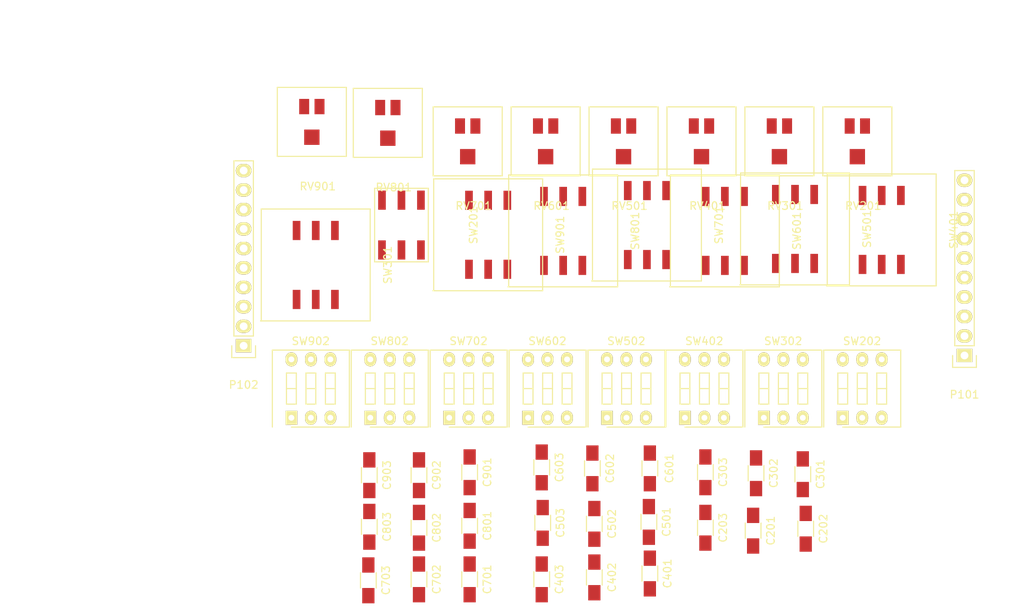
<source format=kicad_pcb>
(kicad_pcb (version 4) (host pcbnew 4.0.1-stable)

  (general
    (links 123)
    (no_connects 123)
    (area 23.750001 53.03 153.698334 134.462001)
    (thickness 1.6)
    (drawings 2)
    (tracks 0)
    (zones 0)
    (modules 50)
    (nets 58)
  )

  (page A4)
  (layers
    (0 F.Cu signal)
    (31 B.Cu signal)
    (32 B.Adhes user)
    (33 F.Adhes user)
    (34 B.Paste user)
    (35 F.Paste user)
    (36 B.SilkS user)
    (37 F.SilkS user)
    (38 B.Mask user)
    (39 F.Mask user)
    (40 Dwgs.User user)
    (41 Cmts.User user)
    (42 Eco1.User user)
    (43 Eco2.User user)
    (44 Edge.Cuts user)
    (45 Margin user)
    (46 B.CrtYd user)
    (47 F.CrtYd user)
    (48 B.Fab user)
    (49 F.Fab user)
  )

  (setup
    (last_trace_width 0.25)
    (trace_clearance 0.2)
    (zone_clearance 0.508)
    (zone_45_only no)
    (trace_min 0.2)
    (segment_width 0.2)
    (edge_width 0.15)
    (via_size 0.6)
    (via_drill 0.4)
    (via_min_size 0.4)
    (via_min_drill 0.3)
    (uvia_size 0.3)
    (uvia_drill 0.1)
    (uvias_allowed no)
    (uvia_min_size 0.2)
    (uvia_min_drill 0.1)
    (pcb_text_width 0.3)
    (pcb_text_size 1.5 1.5)
    (mod_edge_width 0.15)
    (mod_text_size 1 1)
    (mod_text_width 0.15)
    (pad_size 1.524 1.524)
    (pad_drill 0.762)
    (pad_to_mask_clearance 0.2)
    (aux_axis_origin 0 0)
    (visible_elements FFFFFF7F)
    (pcbplotparams
      (layerselection 0x00030_80000001)
      (usegerberextensions false)
      (excludeedgelayer true)
      (linewidth 0.100000)
      (plotframeref false)
      (viasonmask false)
      (mode 1)
      (useauxorigin false)
      (hpglpennumber 1)
      (hpglpenspeed 20)
      (hpglpendiameter 15)
      (hpglpenoverlay 2)
      (psnegative false)
      (psa4output false)
      (plotreference true)
      (plotvalue true)
      (plotinvisibletext false)
      (padsonsilk false)
      (subtractmaskfromsilk false)
      (outputformat 1)
      (mirror false)
      (drillshape 1)
      (scaleselection 1)
      (outputdirectory ""))
  )

  (net 0 "")
  (net 1 "Net-(C201-Pad1)")
  (net 2 GND)
  (net 3 "Net-(C202-Pad1)")
  (net 4 "Net-(C203-Pad1)")
  (net 5 "Net-(C301-Pad1)")
  (net 6 "Net-(C302-Pad1)")
  (net 7 "Net-(C303-Pad1)")
  (net 8 "Net-(C401-Pad1)")
  (net 9 "Net-(C402-Pad1)")
  (net 10 "Net-(C403-Pad1)")
  (net 11 "Net-(C501-Pad1)")
  (net 12 "Net-(C502-Pad1)")
  (net 13 "Net-(C503-Pad1)")
  (net 14 "Net-(C601-Pad1)")
  (net 15 "Net-(C602-Pad1)")
  (net 16 "Net-(C603-Pad1)")
  (net 17 "Net-(C701-Pad1)")
  (net 18 "Net-(C702-Pad1)")
  (net 19 "Net-(C703-Pad1)")
  (net 20 "Net-(C801-Pad1)")
  (net 21 "Net-(C802-Pad1)")
  (net 22 "Net-(C803-Pad1)")
  (net 23 "Net-(C901-Pad1)")
  (net 24 "Net-(C902-Pad1)")
  (net 25 "Net-(C903-Pad1)")
  (net 26 Pin1)
  (net 27 Pin2)
  (net 28 Pin3)
  (net 29 Pin4)
  (net 30 Pin5)
  (net 31 Pin6)
  (net 32 Pin7)
  (net 33 Pin8)
  (net 34 Src8)
  (net 35 Src7)
  (net 36 Src6)
  (net 37 Src5)
  (net 38 Src4)
  (net 39 Src3)
  (net 40 Src2)
  (net 41 Src1)
  (net 42 "Net-(RV201-Pad2)")
  (net 43 "Net-(RV201-Pad1)")
  (net 44 "Net-(RV301-Pad2)")
  (net 45 "Net-(RV301-Pad1)")
  (net 46 "Net-(RV401-Pad2)")
  (net 47 "Net-(RV401-Pad1)")
  (net 48 "Net-(RV501-Pad2)")
  (net 49 "Net-(RV501-Pad1)")
  (net 50 "Net-(RV601-Pad2)")
  (net 51 "Net-(RV601-Pad1)")
  (net 52 "Net-(RV701-Pad2)")
  (net 53 "Net-(RV701-Pad1)")
  (net 54 "Net-(RV801-Pad2)")
  (net 55 "Net-(RV801-Pad1)")
  (net 56 "Net-(RV901-Pad2)")
  (net 57 "Net-(RV901-Pad1)")

  (net_class Default "This is the default net class."
    (clearance 0.2)
    (trace_width 0.25)
    (via_dia 0.6)
    (via_drill 0.4)
    (uvia_dia 0.3)
    (uvia_drill 0.1)
    (add_net GND)
    (add_net "Net-(C201-Pad1)")
    (add_net "Net-(C202-Pad1)")
    (add_net "Net-(C203-Pad1)")
    (add_net "Net-(C301-Pad1)")
    (add_net "Net-(C302-Pad1)")
    (add_net "Net-(C303-Pad1)")
    (add_net "Net-(C401-Pad1)")
    (add_net "Net-(C402-Pad1)")
    (add_net "Net-(C403-Pad1)")
    (add_net "Net-(C501-Pad1)")
    (add_net "Net-(C502-Pad1)")
    (add_net "Net-(C503-Pad1)")
    (add_net "Net-(C601-Pad1)")
    (add_net "Net-(C602-Pad1)")
    (add_net "Net-(C603-Pad1)")
    (add_net "Net-(C701-Pad1)")
    (add_net "Net-(C702-Pad1)")
    (add_net "Net-(C703-Pad1)")
    (add_net "Net-(C801-Pad1)")
    (add_net "Net-(C802-Pad1)")
    (add_net "Net-(C803-Pad1)")
    (add_net "Net-(C901-Pad1)")
    (add_net "Net-(C902-Pad1)")
    (add_net "Net-(C903-Pad1)")
    (add_net "Net-(RV201-Pad1)")
    (add_net "Net-(RV201-Pad2)")
    (add_net "Net-(RV301-Pad1)")
    (add_net "Net-(RV301-Pad2)")
    (add_net "Net-(RV401-Pad1)")
    (add_net "Net-(RV401-Pad2)")
    (add_net "Net-(RV501-Pad1)")
    (add_net "Net-(RV501-Pad2)")
    (add_net "Net-(RV601-Pad1)")
    (add_net "Net-(RV601-Pad2)")
    (add_net "Net-(RV701-Pad1)")
    (add_net "Net-(RV701-Pad2)")
    (add_net "Net-(RV801-Pad1)")
    (add_net "Net-(RV801-Pad2)")
    (add_net "Net-(RV901-Pad1)")
    (add_net "Net-(RV901-Pad2)")
    (add_net Pin1)
    (add_net Pin2)
    (add_net Pin3)
    (add_net Pin4)
    (add_net Pin5)
    (add_net Pin6)
    (add_net Pin7)
    (add_net Pin8)
    (add_net Src1)
    (add_net Src2)
    (add_net Src3)
    (add_net Src4)
    (add_net Src5)
    (add_net Src6)
    (add_net Src7)
    (add_net Src8)
  )

  (module SH-7000RotarySwitch (layer F.Cu) (tedit 56E6EBE5) (tstamp 56D9D28D)
    (at 75.184 84.582 90)
    (path /56D61275/56D612B4)
    (fp_text reference SW201 (at 0 9.39 90) (layer F.SilkS)
      (effects (font (size 1 1) (thickness 0.15)))
    )
    (fp_text value Coded_Switch (at 0 8.39 90) (layer F.Fab)
      (effects (font (size 1 1) (thickness 0.15)))
    )
    (fp_line (start -4.8 -3.5) (end -4.8 3.5) (layer F.SilkS) (width 0.15))
    (fp_line (start -4.8 3.5) (end 4.8 3.5) (layer F.SilkS) (width 0.15))
    (fp_line (start 4.8 3.5) (end 4.8 -3.5) (layer F.SilkS) (width 0.15))
    (fp_line (start 4.8 -3.5) (end -4.8 -3.5) (layer F.SilkS) (width 0.15))
    (pad 1 smd rect (at 3.25 2.54 90) (size 2.5 1) (layers F.Cu F.Paste F.Mask)
      (net 26 Pin1))
    (pad 2 smd rect (at 3.25 0 90) (size 2.5 1) (layers F.Cu F.Paste F.Mask)
      (net 4 "Net-(C203-Pad1)"))
    (pad 3 smd rect (at 3.25 -2.54 90) (size 2.5 1) (layers F.Cu F.Paste F.Mask)
      (net 3 "Net-(C202-Pad1)"))
    (pad 4 smd rect (at -3.25 -2.54 90) (size 2.5 1) (layers F.Cu F.Paste F.Mask)
      (net 1 "Net-(C201-Pad1)"))
    (pad 5 smd rect (at -3.25 0 90) (size 2.5 1) (layers F.Cu F.Paste F.Mask)
      (net 2 GND))
    (pad 6 smd rect (at -3.25 2.54 90) (size 2.5 1) (layers F.Cu F.Paste F.Mask))
  )

  (module Capacitors_SMD:C_1206_HandSoldering (layer F.Cu) (tedit 541A9C03) (tstamp 56D607FA)
    (at 121.031 124.46 270)
    (descr "Capacitor SMD 1206, hand soldering")
    (tags "capacitor 1206")
    (path /56D61275/56D614A7)
    (attr smd)
    (fp_text reference C201 (at 0 -2.3 270) (layer F.SilkS)
      (effects (font (size 1 1) (thickness 0.15)))
    )
    (fp_text value C_Small (at 0 2.3 270) (layer F.Fab)
      (effects (font (size 1 1) (thickness 0.15)))
    )
    (fp_line (start -3.3 -1.15) (end 3.3 -1.15) (layer F.CrtYd) (width 0.05))
    (fp_line (start -3.3 1.15) (end 3.3 1.15) (layer F.CrtYd) (width 0.05))
    (fp_line (start -3.3 -1.15) (end -3.3 1.15) (layer F.CrtYd) (width 0.05))
    (fp_line (start 3.3 -1.15) (end 3.3 1.15) (layer F.CrtYd) (width 0.05))
    (fp_line (start 1 -1.025) (end -1 -1.025) (layer F.SilkS) (width 0.15))
    (fp_line (start -1 1.025) (end 1 1.025) (layer F.SilkS) (width 0.15))
    (pad 1 smd rect (at -2 0 270) (size 2 1.6) (layers F.Cu F.Paste F.Mask)
      (net 1 "Net-(C201-Pad1)"))
    (pad 2 smd rect (at 2 0 270) (size 2 1.6) (layers F.Cu F.Paste F.Mask)
      (net 2 GND))
    (model Capacitors_SMD.3dshapes/C_1206_HandSoldering.wrl
      (at (xyz 0 0 0))
      (scale (xyz 1 1 1))
      (rotate (xyz 0 0 0))
    )
  )

  (module Capacitors_SMD:C_1206_HandSoldering (layer F.Cu) (tedit 541A9C03) (tstamp 56D60806)
    (at 127.889 124.206 270)
    (descr "Capacitor SMD 1206, hand soldering")
    (tags "capacitor 1206")
    (path /56D61275/56D6147F)
    (attr smd)
    (fp_text reference C202 (at 0 -2.3 270) (layer F.SilkS)
      (effects (font (size 1 1) (thickness 0.15)))
    )
    (fp_text value C_Small (at 0 2.3 270) (layer F.Fab)
      (effects (font (size 1 1) (thickness 0.15)))
    )
    (fp_line (start -3.3 -1.15) (end 3.3 -1.15) (layer F.CrtYd) (width 0.05))
    (fp_line (start -3.3 1.15) (end 3.3 1.15) (layer F.CrtYd) (width 0.05))
    (fp_line (start -3.3 -1.15) (end -3.3 1.15) (layer F.CrtYd) (width 0.05))
    (fp_line (start 3.3 -1.15) (end 3.3 1.15) (layer F.CrtYd) (width 0.05))
    (fp_line (start 1 -1.025) (end -1 -1.025) (layer F.SilkS) (width 0.15))
    (fp_line (start -1 1.025) (end 1 1.025) (layer F.SilkS) (width 0.15))
    (pad 1 smd rect (at -2 0 270) (size 2 1.6) (layers F.Cu F.Paste F.Mask)
      (net 3 "Net-(C202-Pad1)"))
    (pad 2 smd rect (at 2 0 270) (size 2 1.6) (layers F.Cu F.Paste F.Mask)
      (net 2 GND))
    (model Capacitors_SMD.3dshapes/C_1206_HandSoldering.wrl
      (at (xyz 0 0 0))
      (scale (xyz 1 1 1))
      (rotate (xyz 0 0 0))
    )
  )

  (module Capacitors_SMD:C_1206_HandSoldering (layer F.Cu) (tedit 541A9C03) (tstamp 56D60812)
    (at 114.808 124.079 270)
    (descr "Capacitor SMD 1206, hand soldering")
    (tags "capacitor 1206")
    (path /56D61275/56D6142F)
    (attr smd)
    (fp_text reference C203 (at 0 -2.3 270) (layer F.SilkS)
      (effects (font (size 1 1) (thickness 0.15)))
    )
    (fp_text value C_Small (at 0 2.3 270) (layer F.Fab)
      (effects (font (size 1 1) (thickness 0.15)))
    )
    (fp_line (start -3.3 -1.15) (end 3.3 -1.15) (layer F.CrtYd) (width 0.05))
    (fp_line (start -3.3 1.15) (end 3.3 1.15) (layer F.CrtYd) (width 0.05))
    (fp_line (start -3.3 -1.15) (end -3.3 1.15) (layer F.CrtYd) (width 0.05))
    (fp_line (start 3.3 -1.15) (end 3.3 1.15) (layer F.CrtYd) (width 0.05))
    (fp_line (start 1 -1.025) (end -1 -1.025) (layer F.SilkS) (width 0.15))
    (fp_line (start -1 1.025) (end 1 1.025) (layer F.SilkS) (width 0.15))
    (pad 1 smd rect (at -2 0 270) (size 2 1.6) (layers F.Cu F.Paste F.Mask)
      (net 4 "Net-(C203-Pad1)"))
    (pad 2 smd rect (at 2 0 270) (size 2 1.6) (layers F.Cu F.Paste F.Mask)
      (net 2 GND))
    (model Capacitors_SMD.3dshapes/C_1206_HandSoldering.wrl
      (at (xyz 0 0 0))
      (scale (xyz 1 1 1))
      (rotate (xyz 0 0 0))
    )
  )

  (module Capacitors_SMD:C_1206_HandSoldering (layer F.Cu) (tedit 541A9C03) (tstamp 56D6081E)
    (at 127.508 117.094 270)
    (descr "Capacitor SMD 1206, hand soldering")
    (tags "capacitor 1206")
    (path /56D61AB8/56D614A7)
    (attr smd)
    (fp_text reference C301 (at 0 -2.3 270) (layer F.SilkS)
      (effects (font (size 1 1) (thickness 0.15)))
    )
    (fp_text value C_Small (at 0 2.3 270) (layer F.Fab)
      (effects (font (size 1 1) (thickness 0.15)))
    )
    (fp_line (start -3.3 -1.15) (end 3.3 -1.15) (layer F.CrtYd) (width 0.05))
    (fp_line (start -3.3 1.15) (end 3.3 1.15) (layer F.CrtYd) (width 0.05))
    (fp_line (start -3.3 -1.15) (end -3.3 1.15) (layer F.CrtYd) (width 0.05))
    (fp_line (start 3.3 -1.15) (end 3.3 1.15) (layer F.CrtYd) (width 0.05))
    (fp_line (start 1 -1.025) (end -1 -1.025) (layer F.SilkS) (width 0.15))
    (fp_line (start -1 1.025) (end 1 1.025) (layer F.SilkS) (width 0.15))
    (pad 1 smd rect (at -2 0 270) (size 2 1.6) (layers F.Cu F.Paste F.Mask)
      (net 5 "Net-(C301-Pad1)"))
    (pad 2 smd rect (at 2 0 270) (size 2 1.6) (layers F.Cu F.Paste F.Mask)
      (net 2 GND))
    (model Capacitors_SMD.3dshapes/C_1206_HandSoldering.wrl
      (at (xyz 0 0 0))
      (scale (xyz 1 1 1))
      (rotate (xyz 0 0 0))
    )
  )

  (module Capacitors_SMD:C_1206_HandSoldering (layer F.Cu) (tedit 541A9C03) (tstamp 56D6082A)
    (at 121.412 116.967 270)
    (descr "Capacitor SMD 1206, hand soldering")
    (tags "capacitor 1206")
    (path /56D61AB8/56D6147F)
    (attr smd)
    (fp_text reference C302 (at 0 -2.3 270) (layer F.SilkS)
      (effects (font (size 1 1) (thickness 0.15)))
    )
    (fp_text value C_Small (at 0 2.3 270) (layer F.Fab)
      (effects (font (size 1 1) (thickness 0.15)))
    )
    (fp_line (start -3.3 -1.15) (end 3.3 -1.15) (layer F.CrtYd) (width 0.05))
    (fp_line (start -3.3 1.15) (end 3.3 1.15) (layer F.CrtYd) (width 0.05))
    (fp_line (start -3.3 -1.15) (end -3.3 1.15) (layer F.CrtYd) (width 0.05))
    (fp_line (start 3.3 -1.15) (end 3.3 1.15) (layer F.CrtYd) (width 0.05))
    (fp_line (start 1 -1.025) (end -1 -1.025) (layer F.SilkS) (width 0.15))
    (fp_line (start -1 1.025) (end 1 1.025) (layer F.SilkS) (width 0.15))
    (pad 1 smd rect (at -2 0 270) (size 2 1.6) (layers F.Cu F.Paste F.Mask)
      (net 6 "Net-(C302-Pad1)"))
    (pad 2 smd rect (at 2 0 270) (size 2 1.6) (layers F.Cu F.Paste F.Mask)
      (net 2 GND))
    (model Capacitors_SMD.3dshapes/C_1206_HandSoldering.wrl
      (at (xyz 0 0 0))
      (scale (xyz 1 1 1))
      (rotate (xyz 0 0 0))
    )
  )

  (module Capacitors_SMD:C_1206_HandSoldering (layer F.Cu) (tedit 541A9C03) (tstamp 56D60836)
    (at 114.808 116.84 270)
    (descr "Capacitor SMD 1206, hand soldering")
    (tags "capacitor 1206")
    (path /56D61AB8/56D6142F)
    (attr smd)
    (fp_text reference C303 (at 0 -2.3 270) (layer F.SilkS)
      (effects (font (size 1 1) (thickness 0.15)))
    )
    (fp_text value C_Small (at 0 2.3 270) (layer F.Fab)
      (effects (font (size 1 1) (thickness 0.15)))
    )
    (fp_line (start -3.3 -1.15) (end 3.3 -1.15) (layer F.CrtYd) (width 0.05))
    (fp_line (start -3.3 1.15) (end 3.3 1.15) (layer F.CrtYd) (width 0.05))
    (fp_line (start -3.3 -1.15) (end -3.3 1.15) (layer F.CrtYd) (width 0.05))
    (fp_line (start 3.3 -1.15) (end 3.3 1.15) (layer F.CrtYd) (width 0.05))
    (fp_line (start 1 -1.025) (end -1 -1.025) (layer F.SilkS) (width 0.15))
    (fp_line (start -1 1.025) (end 1 1.025) (layer F.SilkS) (width 0.15))
    (pad 1 smd rect (at -2 0 270) (size 2 1.6) (layers F.Cu F.Paste F.Mask)
      (net 7 "Net-(C303-Pad1)"))
    (pad 2 smd rect (at 2 0 270) (size 2 1.6) (layers F.Cu F.Paste F.Mask)
      (net 2 GND))
    (model Capacitors_SMD.3dshapes/C_1206_HandSoldering.wrl
      (at (xyz 0 0 0))
      (scale (xyz 1 1 1))
      (rotate (xyz 0 0 0))
    )
  )

  (module Capacitors_SMD:C_1206_HandSoldering (layer F.Cu) (tedit 541A9C03) (tstamp 56D60842)
    (at 107.569 130.048 270)
    (descr "Capacitor SMD 1206, hand soldering")
    (tags "capacitor 1206")
    (path /56D620FB/56D614A7)
    (attr smd)
    (fp_text reference C401 (at 0 -2.3 270) (layer F.SilkS)
      (effects (font (size 1 1) (thickness 0.15)))
    )
    (fp_text value C_Small (at 0 2.3 270) (layer F.Fab)
      (effects (font (size 1 1) (thickness 0.15)))
    )
    (fp_line (start -3.3 -1.15) (end 3.3 -1.15) (layer F.CrtYd) (width 0.05))
    (fp_line (start -3.3 1.15) (end 3.3 1.15) (layer F.CrtYd) (width 0.05))
    (fp_line (start -3.3 -1.15) (end -3.3 1.15) (layer F.CrtYd) (width 0.05))
    (fp_line (start 3.3 -1.15) (end 3.3 1.15) (layer F.CrtYd) (width 0.05))
    (fp_line (start 1 -1.025) (end -1 -1.025) (layer F.SilkS) (width 0.15))
    (fp_line (start -1 1.025) (end 1 1.025) (layer F.SilkS) (width 0.15))
    (pad 1 smd rect (at -2 0 270) (size 2 1.6) (layers F.Cu F.Paste F.Mask)
      (net 8 "Net-(C401-Pad1)"))
    (pad 2 smd rect (at 2 0 270) (size 2 1.6) (layers F.Cu F.Paste F.Mask)
      (net 2 GND))
    (model Capacitors_SMD.3dshapes/C_1206_HandSoldering.wrl
      (at (xyz 0 0 0))
      (scale (xyz 1 1 1))
      (rotate (xyz 0 0 0))
    )
  )

  (module Capacitors_SMD:C_1206_HandSoldering (layer F.Cu) (tedit 541A9C03) (tstamp 56D6084E)
    (at 100.33 130.556 270)
    (descr "Capacitor SMD 1206, hand soldering")
    (tags "capacitor 1206")
    (path /56D620FB/56D6147F)
    (attr smd)
    (fp_text reference C402 (at 0 -2.3 270) (layer F.SilkS)
      (effects (font (size 1 1) (thickness 0.15)))
    )
    (fp_text value C_Small (at 0 2.3 270) (layer F.Fab)
      (effects (font (size 1 1) (thickness 0.15)))
    )
    (fp_line (start -3.3 -1.15) (end 3.3 -1.15) (layer F.CrtYd) (width 0.05))
    (fp_line (start -3.3 1.15) (end 3.3 1.15) (layer F.CrtYd) (width 0.05))
    (fp_line (start -3.3 -1.15) (end -3.3 1.15) (layer F.CrtYd) (width 0.05))
    (fp_line (start 3.3 -1.15) (end 3.3 1.15) (layer F.CrtYd) (width 0.05))
    (fp_line (start 1 -1.025) (end -1 -1.025) (layer F.SilkS) (width 0.15))
    (fp_line (start -1 1.025) (end 1 1.025) (layer F.SilkS) (width 0.15))
    (pad 1 smd rect (at -2 0 270) (size 2 1.6) (layers F.Cu F.Paste F.Mask)
      (net 9 "Net-(C402-Pad1)"))
    (pad 2 smd rect (at 2 0 270) (size 2 1.6) (layers F.Cu F.Paste F.Mask)
      (net 2 GND))
    (model Capacitors_SMD.3dshapes/C_1206_HandSoldering.wrl
      (at (xyz 0 0 0))
      (scale (xyz 1 1 1))
      (rotate (xyz 0 0 0))
    )
  )

  (module Capacitors_SMD:C_1206_HandSoldering (layer F.Cu) (tedit 541A9C03) (tstamp 56D6085A)
    (at 93.472 130.81 270)
    (descr "Capacitor SMD 1206, hand soldering")
    (tags "capacitor 1206")
    (path /56D620FB/56D6142F)
    (attr smd)
    (fp_text reference C403 (at 0 -2.3 270) (layer F.SilkS)
      (effects (font (size 1 1) (thickness 0.15)))
    )
    (fp_text value C_Small (at 0 2.3 270) (layer F.Fab)
      (effects (font (size 1 1) (thickness 0.15)))
    )
    (fp_line (start -3.3 -1.15) (end 3.3 -1.15) (layer F.CrtYd) (width 0.05))
    (fp_line (start -3.3 1.15) (end 3.3 1.15) (layer F.CrtYd) (width 0.05))
    (fp_line (start -3.3 -1.15) (end -3.3 1.15) (layer F.CrtYd) (width 0.05))
    (fp_line (start 3.3 -1.15) (end 3.3 1.15) (layer F.CrtYd) (width 0.05))
    (fp_line (start 1 -1.025) (end -1 -1.025) (layer F.SilkS) (width 0.15))
    (fp_line (start -1 1.025) (end 1 1.025) (layer F.SilkS) (width 0.15))
    (pad 1 smd rect (at -2 0 270) (size 2 1.6) (layers F.Cu F.Paste F.Mask)
      (net 10 "Net-(C403-Pad1)"))
    (pad 2 smd rect (at 2 0 270) (size 2 1.6) (layers F.Cu F.Paste F.Mask)
      (net 2 GND))
    (model Capacitors_SMD.3dshapes/C_1206_HandSoldering.wrl
      (at (xyz 0 0 0))
      (scale (xyz 1 1 1))
      (rotate (xyz 0 0 0))
    )
  )

  (module Capacitors_SMD:C_1206_HandSoldering (layer F.Cu) (tedit 541A9C03) (tstamp 56D60866)
    (at 107.442 123.317 270)
    (descr "Capacitor SMD 1206, hand soldering")
    (tags "capacitor 1206")
    (path /56D62100/56D614A7)
    (attr smd)
    (fp_text reference C501 (at 0 -2.3 270) (layer F.SilkS)
      (effects (font (size 1 1) (thickness 0.15)))
    )
    (fp_text value C_Small (at 0 2.3 270) (layer F.Fab)
      (effects (font (size 1 1) (thickness 0.15)))
    )
    (fp_line (start -3.3 -1.15) (end 3.3 -1.15) (layer F.CrtYd) (width 0.05))
    (fp_line (start -3.3 1.15) (end 3.3 1.15) (layer F.CrtYd) (width 0.05))
    (fp_line (start -3.3 -1.15) (end -3.3 1.15) (layer F.CrtYd) (width 0.05))
    (fp_line (start 3.3 -1.15) (end 3.3 1.15) (layer F.CrtYd) (width 0.05))
    (fp_line (start 1 -1.025) (end -1 -1.025) (layer F.SilkS) (width 0.15))
    (fp_line (start -1 1.025) (end 1 1.025) (layer F.SilkS) (width 0.15))
    (pad 1 smd rect (at -2 0 270) (size 2 1.6) (layers F.Cu F.Paste F.Mask)
      (net 11 "Net-(C501-Pad1)"))
    (pad 2 smd rect (at 2 0 270) (size 2 1.6) (layers F.Cu F.Paste F.Mask)
      (net 2 GND))
    (model Capacitors_SMD.3dshapes/C_1206_HandSoldering.wrl
      (at (xyz 0 0 0))
      (scale (xyz 1 1 1))
      (rotate (xyz 0 0 0))
    )
  )

  (module Capacitors_SMD:C_1206_HandSoldering (layer F.Cu) (tedit 541A9C03) (tstamp 56D60872)
    (at 100.33 123.571 270)
    (descr "Capacitor SMD 1206, hand soldering")
    (tags "capacitor 1206")
    (path /56D62100/56D6147F)
    (attr smd)
    (fp_text reference C502 (at 0 -2.3 270) (layer F.SilkS)
      (effects (font (size 1 1) (thickness 0.15)))
    )
    (fp_text value C_Small (at 0 2.3 270) (layer F.Fab)
      (effects (font (size 1 1) (thickness 0.15)))
    )
    (fp_line (start -3.3 -1.15) (end 3.3 -1.15) (layer F.CrtYd) (width 0.05))
    (fp_line (start -3.3 1.15) (end 3.3 1.15) (layer F.CrtYd) (width 0.05))
    (fp_line (start -3.3 -1.15) (end -3.3 1.15) (layer F.CrtYd) (width 0.05))
    (fp_line (start 3.3 -1.15) (end 3.3 1.15) (layer F.CrtYd) (width 0.05))
    (fp_line (start 1 -1.025) (end -1 -1.025) (layer F.SilkS) (width 0.15))
    (fp_line (start -1 1.025) (end 1 1.025) (layer F.SilkS) (width 0.15))
    (pad 1 smd rect (at -2 0 270) (size 2 1.6) (layers F.Cu F.Paste F.Mask)
      (net 12 "Net-(C502-Pad1)"))
    (pad 2 smd rect (at 2 0 270) (size 2 1.6) (layers F.Cu F.Paste F.Mask)
      (net 2 GND))
    (model Capacitors_SMD.3dshapes/C_1206_HandSoldering.wrl
      (at (xyz 0 0 0))
      (scale (xyz 1 1 1))
      (rotate (xyz 0 0 0))
    )
  )

  (module Capacitors_SMD:C_1206_HandSoldering (layer F.Cu) (tedit 541A9C03) (tstamp 56D6087E)
    (at 93.599 123.444 270)
    (descr "Capacitor SMD 1206, hand soldering")
    (tags "capacitor 1206")
    (path /56D62100/56D6142F)
    (attr smd)
    (fp_text reference C503 (at 0 -2.3 270) (layer F.SilkS)
      (effects (font (size 1 1) (thickness 0.15)))
    )
    (fp_text value C_Small (at 0 2.3 270) (layer F.Fab)
      (effects (font (size 1 1) (thickness 0.15)))
    )
    (fp_line (start -3.3 -1.15) (end 3.3 -1.15) (layer F.CrtYd) (width 0.05))
    (fp_line (start -3.3 1.15) (end 3.3 1.15) (layer F.CrtYd) (width 0.05))
    (fp_line (start -3.3 -1.15) (end -3.3 1.15) (layer F.CrtYd) (width 0.05))
    (fp_line (start 3.3 -1.15) (end 3.3 1.15) (layer F.CrtYd) (width 0.05))
    (fp_line (start 1 -1.025) (end -1 -1.025) (layer F.SilkS) (width 0.15))
    (fp_line (start -1 1.025) (end 1 1.025) (layer F.SilkS) (width 0.15))
    (pad 1 smd rect (at -2 0 270) (size 2 1.6) (layers F.Cu F.Paste F.Mask)
      (net 13 "Net-(C503-Pad1)"))
    (pad 2 smd rect (at 2 0 270) (size 2 1.6) (layers F.Cu F.Paste F.Mask)
      (net 2 GND))
    (model Capacitors_SMD.3dshapes/C_1206_HandSoldering.wrl
      (at (xyz 0 0 0))
      (scale (xyz 1 1 1))
      (rotate (xyz 0 0 0))
    )
  )

  (module Capacitors_SMD:C_1206_HandSoldering (layer F.Cu) (tedit 56D6081A) (tstamp 56D6088A)
    (at 107.569 116.332 270)
    (descr "Capacitor SMD 1206, hand soldering")
    (tags "capacitor 1206")
    (path /56D62CED/56D614A7)
    (attr smd)
    (fp_text reference C601 (at 0 -2.54 270) (layer F.SilkS)
      (effects (font (size 1 1) (thickness 0.15)))
    )
    (fp_text value C_Small (at 0 2.3 270) (layer F.Fab)
      (effects (font (size 1 1) (thickness 0.15)))
    )
    (fp_line (start -3.3 -1.15) (end 3.3 -1.15) (layer F.CrtYd) (width 0.05))
    (fp_line (start -3.3 1.15) (end 3.3 1.15) (layer F.CrtYd) (width 0.05))
    (fp_line (start -3.3 -1.15) (end -3.3 1.15) (layer F.CrtYd) (width 0.05))
    (fp_line (start 3.3 -1.15) (end 3.3 1.15) (layer F.CrtYd) (width 0.05))
    (fp_line (start 1 -1.025) (end -1 -1.025) (layer F.SilkS) (width 0.15))
    (fp_line (start -1 1.025) (end 1 1.025) (layer F.SilkS) (width 0.15))
    (pad 1 smd rect (at -2 0 270) (size 2 1.6) (layers F.Cu F.Paste F.Mask)
      (net 14 "Net-(C601-Pad1)"))
    (pad 2 smd rect (at 2 0 270) (size 2 1.6) (layers F.Cu F.Paste F.Mask)
      (net 2 GND))
    (model Capacitors_SMD.3dshapes/C_1206_HandSoldering.wrl
      (at (xyz 0 0 0))
      (scale (xyz 1 1 1))
      (rotate (xyz 0 0 0))
    )
  )

  (module Capacitors_SMD:C_1206_HandSoldering (layer F.Cu) (tedit 541A9C03) (tstamp 56D60896)
    (at 100.076 116.332 270)
    (descr "Capacitor SMD 1206, hand soldering")
    (tags "capacitor 1206")
    (path /56D62CED/56D6147F)
    (attr smd)
    (fp_text reference C602 (at 0 -2.3 270) (layer F.SilkS)
      (effects (font (size 1 1) (thickness 0.15)))
    )
    (fp_text value C_Small (at 0 2.3 270) (layer F.Fab)
      (effects (font (size 1 1) (thickness 0.15)))
    )
    (fp_line (start -3.3 -1.15) (end 3.3 -1.15) (layer F.CrtYd) (width 0.05))
    (fp_line (start -3.3 1.15) (end 3.3 1.15) (layer F.CrtYd) (width 0.05))
    (fp_line (start -3.3 -1.15) (end -3.3 1.15) (layer F.CrtYd) (width 0.05))
    (fp_line (start 3.3 -1.15) (end 3.3 1.15) (layer F.CrtYd) (width 0.05))
    (fp_line (start 1 -1.025) (end -1 -1.025) (layer F.SilkS) (width 0.15))
    (fp_line (start -1 1.025) (end 1 1.025) (layer F.SilkS) (width 0.15))
    (pad 1 smd rect (at -2 0 270) (size 2 1.6) (layers F.Cu F.Paste F.Mask)
      (net 15 "Net-(C602-Pad1)"))
    (pad 2 smd rect (at 2 0 270) (size 2 1.6) (layers F.Cu F.Paste F.Mask)
      (net 2 GND))
    (model Capacitors_SMD.3dshapes/C_1206_HandSoldering.wrl
      (at (xyz 0 0 0))
      (scale (xyz 1 1 1))
      (rotate (xyz 0 0 0))
    )
  )

  (module Capacitors_SMD:C_1206_HandSoldering (layer F.Cu) (tedit 541A9C03) (tstamp 56D608A2)
    (at 93.472 116.205 270)
    (descr "Capacitor SMD 1206, hand soldering")
    (tags "capacitor 1206")
    (path /56D62CED/56D6142F)
    (attr smd)
    (fp_text reference C603 (at 0 -2.3 270) (layer F.SilkS)
      (effects (font (size 1 1) (thickness 0.15)))
    )
    (fp_text value C_Small (at 0 2.3 270) (layer F.Fab)
      (effects (font (size 1 1) (thickness 0.15)))
    )
    (fp_line (start -3.3 -1.15) (end 3.3 -1.15) (layer F.CrtYd) (width 0.05))
    (fp_line (start -3.3 1.15) (end 3.3 1.15) (layer F.CrtYd) (width 0.05))
    (fp_line (start -3.3 -1.15) (end -3.3 1.15) (layer F.CrtYd) (width 0.05))
    (fp_line (start 3.3 -1.15) (end 3.3 1.15) (layer F.CrtYd) (width 0.05))
    (fp_line (start 1 -1.025) (end -1 -1.025) (layer F.SilkS) (width 0.15))
    (fp_line (start -1 1.025) (end 1 1.025) (layer F.SilkS) (width 0.15))
    (pad 1 smd rect (at -2 0 270) (size 2 1.6) (layers F.Cu F.Paste F.Mask)
      (net 16 "Net-(C603-Pad1)"))
    (pad 2 smd rect (at 2 0 270) (size 2 1.6) (layers F.Cu F.Paste F.Mask)
      (net 2 GND))
    (model Capacitors_SMD.3dshapes/C_1206_HandSoldering.wrl
      (at (xyz 0 0 0))
      (scale (xyz 1 1 1))
      (rotate (xyz 0 0 0))
    )
  )

  (module Capacitors_SMD:C_1206_HandSoldering (layer F.Cu) (tedit 541A9C03) (tstamp 56D608AE)
    (at 84.074 130.81 270)
    (descr "Capacitor SMD 1206, hand soldering")
    (tags "capacitor 1206")
    (path /56D62CF2/56D614A7)
    (attr smd)
    (fp_text reference C701 (at 0 -2.3 270) (layer F.SilkS)
      (effects (font (size 1 1) (thickness 0.15)))
    )
    (fp_text value C_Small (at 0 2.3 270) (layer F.Fab)
      (effects (font (size 1 1) (thickness 0.15)))
    )
    (fp_line (start -3.3 -1.15) (end 3.3 -1.15) (layer F.CrtYd) (width 0.05))
    (fp_line (start -3.3 1.15) (end 3.3 1.15) (layer F.CrtYd) (width 0.05))
    (fp_line (start -3.3 -1.15) (end -3.3 1.15) (layer F.CrtYd) (width 0.05))
    (fp_line (start 3.3 -1.15) (end 3.3 1.15) (layer F.CrtYd) (width 0.05))
    (fp_line (start 1 -1.025) (end -1 -1.025) (layer F.SilkS) (width 0.15))
    (fp_line (start -1 1.025) (end 1 1.025) (layer F.SilkS) (width 0.15))
    (pad 1 smd rect (at -2 0 270) (size 2 1.6) (layers F.Cu F.Paste F.Mask)
      (net 17 "Net-(C701-Pad1)"))
    (pad 2 smd rect (at 2 0 270) (size 2 1.6) (layers F.Cu F.Paste F.Mask)
      (net 2 GND))
    (model Capacitors_SMD.3dshapes/C_1206_HandSoldering.wrl
      (at (xyz 0 0 0))
      (scale (xyz 1 1 1))
      (rotate (xyz 0 0 0))
    )
  )

  (module Capacitors_SMD:C_1206_HandSoldering (layer F.Cu) (tedit 541A9C03) (tstamp 56D608BA)
    (at 77.47 130.81 270)
    (descr "Capacitor SMD 1206, hand soldering")
    (tags "capacitor 1206")
    (path /56D62CF2/56D6147F)
    (attr smd)
    (fp_text reference C702 (at 0 -2.3 270) (layer F.SilkS)
      (effects (font (size 1 1) (thickness 0.15)))
    )
    (fp_text value C_Small (at 0 2.3 270) (layer F.Fab)
      (effects (font (size 1 1) (thickness 0.15)))
    )
    (fp_line (start -3.3 -1.15) (end 3.3 -1.15) (layer F.CrtYd) (width 0.05))
    (fp_line (start -3.3 1.15) (end 3.3 1.15) (layer F.CrtYd) (width 0.05))
    (fp_line (start -3.3 -1.15) (end -3.3 1.15) (layer F.CrtYd) (width 0.05))
    (fp_line (start 3.3 -1.15) (end 3.3 1.15) (layer F.CrtYd) (width 0.05))
    (fp_line (start 1 -1.025) (end -1 -1.025) (layer F.SilkS) (width 0.15))
    (fp_line (start -1 1.025) (end 1 1.025) (layer F.SilkS) (width 0.15))
    (pad 1 smd rect (at -2 0 270) (size 2 1.6) (layers F.Cu F.Paste F.Mask)
      (net 18 "Net-(C702-Pad1)"))
    (pad 2 smd rect (at 2 0 270) (size 2 1.6) (layers F.Cu F.Paste F.Mask)
      (net 2 GND))
    (model Capacitors_SMD.3dshapes/C_1206_HandSoldering.wrl
      (at (xyz 0 0 0))
      (scale (xyz 1 1 1))
      (rotate (xyz 0 0 0))
    )
  )

  (module Capacitors_SMD:C_1206_HandSoldering (layer F.Cu) (tedit 541A9C03) (tstamp 56D608C6)
    (at 70.866 130.937 270)
    (descr "Capacitor SMD 1206, hand soldering")
    (tags "capacitor 1206")
    (path /56D62CF2/56D6142F)
    (attr smd)
    (fp_text reference C703 (at 0 -2.3 270) (layer F.SilkS)
      (effects (font (size 1 1) (thickness 0.15)))
    )
    (fp_text value C_Small (at 0 2.3 270) (layer F.Fab)
      (effects (font (size 1 1) (thickness 0.15)))
    )
    (fp_line (start -3.3 -1.15) (end 3.3 -1.15) (layer F.CrtYd) (width 0.05))
    (fp_line (start -3.3 1.15) (end 3.3 1.15) (layer F.CrtYd) (width 0.05))
    (fp_line (start -3.3 -1.15) (end -3.3 1.15) (layer F.CrtYd) (width 0.05))
    (fp_line (start 3.3 -1.15) (end 3.3 1.15) (layer F.CrtYd) (width 0.05))
    (fp_line (start 1 -1.025) (end -1 -1.025) (layer F.SilkS) (width 0.15))
    (fp_line (start -1 1.025) (end 1 1.025) (layer F.SilkS) (width 0.15))
    (pad 1 smd rect (at -2 0 270) (size 2 1.6) (layers F.Cu F.Paste F.Mask)
      (net 19 "Net-(C703-Pad1)"))
    (pad 2 smd rect (at 2 0 270) (size 2 1.6) (layers F.Cu F.Paste F.Mask)
      (net 2 GND))
    (model Capacitors_SMD.3dshapes/C_1206_HandSoldering.wrl
      (at (xyz 0 0 0))
      (scale (xyz 1 1 1))
      (rotate (xyz 0 0 0))
    )
  )

  (module Capacitors_SMD:C_1206_HandSoldering (layer F.Cu) (tedit 541A9C03) (tstamp 56D608D2)
    (at 84.074 123.825 270)
    (descr "Capacitor SMD 1206, hand soldering")
    (tags "capacitor 1206")
    (path /56D62CF7/56D614A7)
    (attr smd)
    (fp_text reference C801 (at 0 -2.3 270) (layer F.SilkS)
      (effects (font (size 1 1) (thickness 0.15)))
    )
    (fp_text value C_Small (at 0 2.3 270) (layer F.Fab)
      (effects (font (size 1 1) (thickness 0.15)))
    )
    (fp_line (start -3.3 -1.15) (end 3.3 -1.15) (layer F.CrtYd) (width 0.05))
    (fp_line (start -3.3 1.15) (end 3.3 1.15) (layer F.CrtYd) (width 0.05))
    (fp_line (start -3.3 -1.15) (end -3.3 1.15) (layer F.CrtYd) (width 0.05))
    (fp_line (start 3.3 -1.15) (end 3.3 1.15) (layer F.CrtYd) (width 0.05))
    (fp_line (start 1 -1.025) (end -1 -1.025) (layer F.SilkS) (width 0.15))
    (fp_line (start -1 1.025) (end 1 1.025) (layer F.SilkS) (width 0.15))
    (pad 1 smd rect (at -2 0 270) (size 2 1.6) (layers F.Cu F.Paste F.Mask)
      (net 20 "Net-(C801-Pad1)"))
    (pad 2 smd rect (at 2 0 270) (size 2 1.6) (layers F.Cu F.Paste F.Mask)
      (net 2 GND))
    (model Capacitors_SMD.3dshapes/C_1206_HandSoldering.wrl
      (at (xyz 0 0 0))
      (scale (xyz 1 1 1))
      (rotate (xyz 0 0 0))
    )
  )

  (module Capacitors_SMD:C_1206_HandSoldering (layer F.Cu) (tedit 541A9C03) (tstamp 56D608DE)
    (at 77.47 124.079 270)
    (descr "Capacitor SMD 1206, hand soldering")
    (tags "capacitor 1206")
    (path /56D62CF7/56D6147F)
    (attr smd)
    (fp_text reference C802 (at 0 -2.3 270) (layer F.SilkS)
      (effects (font (size 1 1) (thickness 0.15)))
    )
    (fp_text value C_Small (at 0 2.3 270) (layer F.Fab)
      (effects (font (size 1 1) (thickness 0.15)))
    )
    (fp_line (start -3.3 -1.15) (end 3.3 -1.15) (layer F.CrtYd) (width 0.05))
    (fp_line (start -3.3 1.15) (end 3.3 1.15) (layer F.CrtYd) (width 0.05))
    (fp_line (start -3.3 -1.15) (end -3.3 1.15) (layer F.CrtYd) (width 0.05))
    (fp_line (start 3.3 -1.15) (end 3.3 1.15) (layer F.CrtYd) (width 0.05))
    (fp_line (start 1 -1.025) (end -1 -1.025) (layer F.SilkS) (width 0.15))
    (fp_line (start -1 1.025) (end 1 1.025) (layer F.SilkS) (width 0.15))
    (pad 1 smd rect (at -2 0 270) (size 2 1.6) (layers F.Cu F.Paste F.Mask)
      (net 21 "Net-(C802-Pad1)"))
    (pad 2 smd rect (at 2 0 270) (size 2 1.6) (layers F.Cu F.Paste F.Mask)
      (net 2 GND))
    (model Capacitors_SMD.3dshapes/C_1206_HandSoldering.wrl
      (at (xyz 0 0 0))
      (scale (xyz 1 1 1))
      (rotate (xyz 0 0 0))
    )
  )

  (module Capacitors_SMD:C_1206_HandSoldering (layer F.Cu) (tedit 541A9C03) (tstamp 56D608EA)
    (at 70.993 123.952 270)
    (descr "Capacitor SMD 1206, hand soldering")
    (tags "capacitor 1206")
    (path /56D62CF7/56D6142F)
    (attr smd)
    (fp_text reference C803 (at 0 -2.3 270) (layer F.SilkS)
      (effects (font (size 1 1) (thickness 0.15)))
    )
    (fp_text value C_Small (at 0 2.3 270) (layer F.Fab)
      (effects (font (size 1 1) (thickness 0.15)))
    )
    (fp_line (start -3.3 -1.15) (end 3.3 -1.15) (layer F.CrtYd) (width 0.05))
    (fp_line (start -3.3 1.15) (end 3.3 1.15) (layer F.CrtYd) (width 0.05))
    (fp_line (start -3.3 -1.15) (end -3.3 1.15) (layer F.CrtYd) (width 0.05))
    (fp_line (start 3.3 -1.15) (end 3.3 1.15) (layer F.CrtYd) (width 0.05))
    (fp_line (start 1 -1.025) (end -1 -1.025) (layer F.SilkS) (width 0.15))
    (fp_line (start -1 1.025) (end 1 1.025) (layer F.SilkS) (width 0.15))
    (pad 1 smd rect (at -2 0 270) (size 2 1.6) (layers F.Cu F.Paste F.Mask)
      (net 22 "Net-(C803-Pad1)"))
    (pad 2 smd rect (at 2 0 270) (size 2 1.6) (layers F.Cu F.Paste F.Mask)
      (net 2 GND))
    (model Capacitors_SMD.3dshapes/C_1206_HandSoldering.wrl
      (at (xyz 0 0 0))
      (scale (xyz 1 1 1))
      (rotate (xyz 0 0 0))
    )
  )

  (module Capacitors_SMD:C_1206_HandSoldering (layer F.Cu) (tedit 541A9C03) (tstamp 56D608F6)
    (at 84.074 116.84 270)
    (descr "Capacitor SMD 1206, hand soldering")
    (tags "capacitor 1206")
    (path /56D62CFC/56D614A7)
    (attr smd)
    (fp_text reference C901 (at 0 -2.3 270) (layer F.SilkS)
      (effects (font (size 1 1) (thickness 0.15)))
    )
    (fp_text value C_Small (at 0 2.3 270) (layer F.Fab)
      (effects (font (size 1 1) (thickness 0.15)))
    )
    (fp_line (start -3.3 -1.15) (end 3.3 -1.15) (layer F.CrtYd) (width 0.05))
    (fp_line (start -3.3 1.15) (end 3.3 1.15) (layer F.CrtYd) (width 0.05))
    (fp_line (start -3.3 -1.15) (end -3.3 1.15) (layer F.CrtYd) (width 0.05))
    (fp_line (start 3.3 -1.15) (end 3.3 1.15) (layer F.CrtYd) (width 0.05))
    (fp_line (start 1 -1.025) (end -1 -1.025) (layer F.SilkS) (width 0.15))
    (fp_line (start -1 1.025) (end 1 1.025) (layer F.SilkS) (width 0.15))
    (pad 1 smd rect (at -2 0 270) (size 2 1.6) (layers F.Cu F.Paste F.Mask)
      (net 23 "Net-(C901-Pad1)"))
    (pad 2 smd rect (at 2 0 270) (size 2 1.6) (layers F.Cu F.Paste F.Mask)
      (net 2 GND))
    (model Capacitors_SMD.3dshapes/C_1206_HandSoldering.wrl
      (at (xyz 0 0 0))
      (scale (xyz 1 1 1))
      (rotate (xyz 0 0 0))
    )
  )

  (module Capacitors_SMD:C_1206_HandSoldering (layer F.Cu) (tedit 541A9C03) (tstamp 56D60902)
    (at 77.47 117.221 270)
    (descr "Capacitor SMD 1206, hand soldering")
    (tags "capacitor 1206")
    (path /56D62CFC/56D6147F)
    (attr smd)
    (fp_text reference C902 (at 0 -2.3 270) (layer F.SilkS)
      (effects (font (size 1 1) (thickness 0.15)))
    )
    (fp_text value C_Small (at 0 2.3 270) (layer F.Fab)
      (effects (font (size 1 1) (thickness 0.15)))
    )
    (fp_line (start -3.3 -1.15) (end 3.3 -1.15) (layer F.CrtYd) (width 0.05))
    (fp_line (start -3.3 1.15) (end 3.3 1.15) (layer F.CrtYd) (width 0.05))
    (fp_line (start -3.3 -1.15) (end -3.3 1.15) (layer F.CrtYd) (width 0.05))
    (fp_line (start 3.3 -1.15) (end 3.3 1.15) (layer F.CrtYd) (width 0.05))
    (fp_line (start 1 -1.025) (end -1 -1.025) (layer F.SilkS) (width 0.15))
    (fp_line (start -1 1.025) (end 1 1.025) (layer F.SilkS) (width 0.15))
    (pad 1 smd rect (at -2 0 270) (size 2 1.6) (layers F.Cu F.Paste F.Mask)
      (net 24 "Net-(C902-Pad1)"))
    (pad 2 smd rect (at 2 0 270) (size 2 1.6) (layers F.Cu F.Paste F.Mask)
      (net 2 GND))
    (model Capacitors_SMD.3dshapes/C_1206_HandSoldering.wrl
      (at (xyz 0 0 0))
      (scale (xyz 1 1 1))
      (rotate (xyz 0 0 0))
    )
  )

  (module Capacitors_SMD:C_1206_HandSoldering (layer F.Cu) (tedit 541A9C03) (tstamp 56D6090E)
    (at 70.993 117.221 270)
    (descr "Capacitor SMD 1206, hand soldering")
    (tags "capacitor 1206")
    (path /56D62CFC/56D6142F)
    (attr smd)
    (fp_text reference C903 (at 0 -2.3 270) (layer F.SilkS)
      (effects (font (size 1 1) (thickness 0.15)))
    )
    (fp_text value C_Small (at 0 2.3 270) (layer F.Fab)
      (effects (font (size 1 1) (thickness 0.15)))
    )
    (fp_line (start -3.3 -1.15) (end 3.3 -1.15) (layer F.CrtYd) (width 0.05))
    (fp_line (start -3.3 1.15) (end 3.3 1.15) (layer F.CrtYd) (width 0.05))
    (fp_line (start -3.3 -1.15) (end -3.3 1.15) (layer F.CrtYd) (width 0.05))
    (fp_line (start 3.3 -1.15) (end 3.3 1.15) (layer F.CrtYd) (width 0.05))
    (fp_line (start 1 -1.025) (end -1 -1.025) (layer F.SilkS) (width 0.15))
    (fp_line (start -1 1.025) (end 1 1.025) (layer F.SilkS) (width 0.15))
    (pad 1 smd rect (at -2 0 270) (size 2 1.6) (layers F.Cu F.Paste F.Mask)
      (net 25 "Net-(C903-Pad1)"))
    (pad 2 smd rect (at 2 0 270) (size 2 1.6) (layers F.Cu F.Paste F.Mask)
      (net 2 GND))
    (model Capacitors_SMD.3dshapes/C_1206_HandSoldering.wrl
      (at (xyz 0 0 0))
      (scale (xyz 1 1 1))
      (rotate (xyz 0 0 0))
    )
  )

  (module Pin_Headers:Pin_Header_Straight_1x10 (layer F.Cu) (tedit 0) (tstamp 56D60927)
    (at 148.59 101.6 180)
    (descr "Through hole pin header")
    (tags "pin header")
    (path /56D65E01)
    (fp_text reference P101 (at 0 -5.1 180) (layer F.SilkS)
      (effects (font (size 1 1) (thickness 0.15)))
    )
    (fp_text value CONN_01X10 (at 0 -3.1 180) (layer F.Fab)
      (effects (font (size 1 1) (thickness 0.15)))
    )
    (fp_line (start -1.75 -1.75) (end -1.75 24.65) (layer F.CrtYd) (width 0.05))
    (fp_line (start 1.75 -1.75) (end 1.75 24.65) (layer F.CrtYd) (width 0.05))
    (fp_line (start -1.75 -1.75) (end 1.75 -1.75) (layer F.CrtYd) (width 0.05))
    (fp_line (start -1.75 24.65) (end 1.75 24.65) (layer F.CrtYd) (width 0.05))
    (fp_line (start 1.27 1.27) (end 1.27 24.13) (layer F.SilkS) (width 0.15))
    (fp_line (start 1.27 24.13) (end -1.27 24.13) (layer F.SilkS) (width 0.15))
    (fp_line (start -1.27 24.13) (end -1.27 1.27) (layer F.SilkS) (width 0.15))
    (fp_line (start 1.55 -1.55) (end 1.55 0) (layer F.SilkS) (width 0.15))
    (fp_line (start 1.27 1.27) (end -1.27 1.27) (layer F.SilkS) (width 0.15))
    (fp_line (start -1.55 0) (end -1.55 -1.55) (layer F.SilkS) (width 0.15))
    (fp_line (start -1.55 -1.55) (end 1.55 -1.55) (layer F.SilkS) (width 0.15))
    (pad 1 thru_hole rect (at 0 0 180) (size 2.032 1.7272) (drill 1.016) (layers *.Cu *.Mask F.SilkS)
      (net 2 GND))
    (pad 2 thru_hole oval (at 0 2.54 180) (size 2.032 1.7272) (drill 1.016) (layers *.Cu *.Mask F.SilkS)
      (net 26 Pin1))
    (pad 3 thru_hole oval (at 0 5.08 180) (size 2.032 1.7272) (drill 1.016) (layers *.Cu *.Mask F.SilkS)
      (net 27 Pin2))
    (pad 4 thru_hole oval (at 0 7.62 180) (size 2.032 1.7272) (drill 1.016) (layers *.Cu *.Mask F.SilkS)
      (net 28 Pin3))
    (pad 5 thru_hole oval (at 0 10.16 180) (size 2.032 1.7272) (drill 1.016) (layers *.Cu *.Mask F.SilkS)
      (net 29 Pin4))
    (pad 6 thru_hole oval (at 0 12.7 180) (size 2.032 1.7272) (drill 1.016) (layers *.Cu *.Mask F.SilkS)
      (net 30 Pin5))
    (pad 7 thru_hole oval (at 0 15.24 180) (size 2.032 1.7272) (drill 1.016) (layers *.Cu *.Mask F.SilkS)
      (net 31 Pin6))
    (pad 8 thru_hole oval (at 0 17.78 180) (size 2.032 1.7272) (drill 1.016) (layers *.Cu *.Mask F.SilkS)
      (net 32 Pin7))
    (pad 9 thru_hole oval (at 0 20.32 180) (size 2.032 1.7272) (drill 1.016) (layers *.Cu *.Mask F.SilkS)
      (net 33 Pin8))
    (pad 10 thru_hole oval (at 0 22.86 180) (size 2.032 1.7272) (drill 1.016) (layers *.Cu *.Mask F.SilkS)
      (net 2 GND))
    (model Pin_Headers.3dshapes/Pin_Header_Straight_1x10.wrl
      (at (xyz 0 -0.45 0))
      (scale (xyz 1 1 1))
      (rotate (xyz 0 0 90))
    )
  )

  (module Pin_Headers:Pin_Header_Straight_1x10 (layer F.Cu) (tedit 0) (tstamp 56D60940)
    (at 54.61 100.33 180)
    (descr "Through hole pin header")
    (tags "pin header")
    (path /56D65EB3)
    (fp_text reference P102 (at 0 -5.1 180) (layer F.SilkS)
      (effects (font (size 1 1) (thickness 0.15)))
    )
    (fp_text value CONN_01X10 (at 0 -3.1 180) (layer F.Fab)
      (effects (font (size 1 1) (thickness 0.15)))
    )
    (fp_line (start -1.75 -1.75) (end -1.75 24.65) (layer F.CrtYd) (width 0.05))
    (fp_line (start 1.75 -1.75) (end 1.75 24.65) (layer F.CrtYd) (width 0.05))
    (fp_line (start -1.75 -1.75) (end 1.75 -1.75) (layer F.CrtYd) (width 0.05))
    (fp_line (start -1.75 24.65) (end 1.75 24.65) (layer F.CrtYd) (width 0.05))
    (fp_line (start 1.27 1.27) (end 1.27 24.13) (layer F.SilkS) (width 0.15))
    (fp_line (start 1.27 24.13) (end -1.27 24.13) (layer F.SilkS) (width 0.15))
    (fp_line (start -1.27 24.13) (end -1.27 1.27) (layer F.SilkS) (width 0.15))
    (fp_line (start 1.55 -1.55) (end 1.55 0) (layer F.SilkS) (width 0.15))
    (fp_line (start 1.27 1.27) (end -1.27 1.27) (layer F.SilkS) (width 0.15))
    (fp_line (start -1.55 0) (end -1.55 -1.55) (layer F.SilkS) (width 0.15))
    (fp_line (start -1.55 -1.55) (end 1.55 -1.55) (layer F.SilkS) (width 0.15))
    (pad 1 thru_hole rect (at 0 0 180) (size 2.032 1.7272) (drill 1.016) (layers *.Cu *.Mask F.SilkS)
      (net 2 GND))
    (pad 2 thru_hole oval (at 0 2.54 180) (size 2.032 1.7272) (drill 1.016) (layers *.Cu *.Mask F.SilkS)
      (net 34 Src8))
    (pad 3 thru_hole oval (at 0 5.08 180) (size 2.032 1.7272) (drill 1.016) (layers *.Cu *.Mask F.SilkS)
      (net 35 Src7))
    (pad 4 thru_hole oval (at 0 7.62 180) (size 2.032 1.7272) (drill 1.016) (layers *.Cu *.Mask F.SilkS)
      (net 36 Src6))
    (pad 5 thru_hole oval (at 0 10.16 180) (size 2.032 1.7272) (drill 1.016) (layers *.Cu *.Mask F.SilkS)
      (net 37 Src5))
    (pad 6 thru_hole oval (at 0 12.7 180) (size 2.032 1.7272) (drill 1.016) (layers *.Cu *.Mask F.SilkS)
      (net 38 Src4))
    (pad 7 thru_hole oval (at 0 15.24 180) (size 2.032 1.7272) (drill 1.016) (layers *.Cu *.Mask F.SilkS)
      (net 39 Src3))
    (pad 8 thru_hole oval (at 0 17.78 180) (size 2.032 1.7272) (drill 1.016) (layers *.Cu *.Mask F.SilkS)
      (net 40 Src2))
    (pad 9 thru_hole oval (at 0 20.32 180) (size 2.032 1.7272) (drill 1.016) (layers *.Cu *.Mask F.SilkS)
      (net 41 Src1))
    (pad 10 thru_hole oval (at 0 22.86 180) (size 2.032 1.7272) (drill 1.016) (layers *.Cu *.Mask F.SilkS)
      (net 2 GND))
    (model Pin_Headers.3dshapes/Pin_Header_Straight_1x10.wrl
      (at (xyz 0 -0.45 0))
      (scale (xyz 1 1 1))
      (rotate (xyz 0 0 90))
    )
  )

  (module Buttons_Switches_ThroughHole:SW_DIP_x3_Slide (layer F.Cu) (tedit 54BB66BF) (tstamp 56D60982)
    (at 132.715 109.728)
    (descr "CTS Electrocomponents, Series 206/208")
    (path /56D61275/56D6B52C)
    (fp_text reference SW202 (at 2.52 -10) (layer F.SilkS)
      (effects (font (size 1 1) (thickness 0.15)))
    )
    (fp_text value SPST_x3 (at 2 2.4) (layer F.Fab)
      (effects (font (size 1 1) (thickness 0.15)))
    )
    (fp_line (start -0.64 -5.84) (end -0.64 -1.78) (layer F.SilkS) (width 0.15))
    (fp_line (start -0.64 -3.81) (end 0.64 -3.81) (layer F.SilkS) (width 0.15))
    (fp_line (start -0.64 -1.78) (end 0.64 -1.78) (layer F.SilkS) (width 0.15))
    (fp_line (start 0.64 -1.78) (end 0.64 -5.84) (layer F.SilkS) (width 0.15))
    (fp_line (start 0.64 -5.84) (end -0.64 -5.84) (layer F.SilkS) (width 0.15))
    (fp_line (start 1.9 -5.84) (end 1.9 -1.78) (layer F.SilkS) (width 0.15))
    (fp_line (start 1.9 -3.81) (end 3.18 -3.81) (layer F.SilkS) (width 0.15))
    (fp_line (start 1.9 -1.78) (end 3.18 -1.78) (layer F.SilkS) (width 0.15))
    (fp_line (start 3.18 -1.78) (end 3.18 -5.84) (layer F.SilkS) (width 0.15))
    (fp_line (start 3.18 -5.84) (end 1.9 -5.84) (layer F.SilkS) (width 0.15))
    (fp_line (start 4.44 -5.84) (end 4.44 -1.78) (layer F.SilkS) (width 0.15))
    (fp_line (start 4.44 -3.81) (end 5.72 -3.81) (layer F.SilkS) (width 0.15))
    (fp_line (start 4.44 -1.78) (end 5.72 -1.78) (layer F.SilkS) (width 0.15))
    (fp_line (start 5.72 -1.78) (end 5.72 -5.84) (layer F.SilkS) (width 0.15))
    (fp_line (start 5.72 -5.84) (end 4.44 -5.84) (layer F.SilkS) (width 0.15))
    (fp_line (start -2.8 -9.15) (end -2.8 1.55) (layer F.CrtYd) (width 0.05))
    (fp_line (start -2.8 1.55) (end 7.9 1.55) (layer F.CrtYd) (width 0.05))
    (fp_line (start 7.9 1.55) (end 7.9 -9.15) (layer F.CrtYd) (width 0.05))
    (fp_line (start 7.9 -9.15) (end -2.8 -9.15) (layer F.CrtYd) (width 0.05))
    (fp_line (start -2.48 1.21) (end -2.48 -8.83) (layer F.SilkS) (width 0.15))
    (fp_line (start -2.48 -8.83) (end 7.56 -8.83) (layer F.SilkS) (width 0.15))
    (fp_line (start 7.56 -8.83) (end 7.56 1.21) (layer F.SilkS) (width 0.15))
    (fp_line (start 7.56 1.21) (end 0 1.21) (layer F.SilkS) (width 0.15))
    (pad 1 thru_hole rect (at 0 0) (size 1.524 1.824) (drill 0.762) (layers *.Cu *.Mask F.SilkS)
      (net 26 Pin1))
    (pad 6 thru_hole oval (at 0 -7.62) (size 1.524 1.824) (drill 0.762) (layers *.Cu *.Mask F.SilkS)
      (net 41 Src1))
    (pad 2 thru_hole oval (at 2.54 0) (size 1.524 1.824) (drill 0.762) (layers *.Cu *.Mask F.SilkS)
      (net 42 "Net-(RV201-Pad2)"))
    (pad 5 thru_hole oval (at 2.54 -7.62) (size 1.524 1.824) (drill 0.762) (layers *.Cu *.Mask F.SilkS)
      (net 42 "Net-(RV201-Pad2)"))
    (pad 3 thru_hole oval (at 5.08 0) (size 1.524 1.824) (drill 0.762) (layers *.Cu *.Mask F.SilkS)
      (net 43 "Net-(RV201-Pad1)"))
    (pad 4 thru_hole oval (at 5.08 -7.62) (size 1.524 1.824) (drill 0.762) (layers *.Cu *.Mask F.SilkS)
      (net 2 GND))
    (model Buttons_Switches_ThroughHole.3dshapes/SW_DIP_x3_Slide.wrl
      (at (xyz 0 0 0))
      (scale (xyz 1 1 1))
      (rotate (xyz 0 0 0))
    )
  )

  (module Buttons_Switches_ThroughHole:SW_DIP_x3_Slide (layer F.Cu) (tedit 54BB66BF) (tstamp 56D6098C)
    (at 122.428 109.728)
    (descr "CTS Electrocomponents, Series 206/208")
    (path /56D61AB8/56D6B52C)
    (fp_text reference SW302 (at 2.52 -10) (layer F.SilkS)
      (effects (font (size 1 1) (thickness 0.15)))
    )
    (fp_text value SPST_x3 (at 2 2.4) (layer F.Fab)
      (effects (font (size 1 1) (thickness 0.15)))
    )
    (fp_line (start -0.64 -5.84) (end -0.64 -1.78) (layer F.SilkS) (width 0.15))
    (fp_line (start -0.64 -3.81) (end 0.64 -3.81) (layer F.SilkS) (width 0.15))
    (fp_line (start -0.64 -1.78) (end 0.64 -1.78) (layer F.SilkS) (width 0.15))
    (fp_line (start 0.64 -1.78) (end 0.64 -5.84) (layer F.SilkS) (width 0.15))
    (fp_line (start 0.64 -5.84) (end -0.64 -5.84) (layer F.SilkS) (width 0.15))
    (fp_line (start 1.9 -5.84) (end 1.9 -1.78) (layer F.SilkS) (width 0.15))
    (fp_line (start 1.9 -3.81) (end 3.18 -3.81) (layer F.SilkS) (width 0.15))
    (fp_line (start 1.9 -1.78) (end 3.18 -1.78) (layer F.SilkS) (width 0.15))
    (fp_line (start 3.18 -1.78) (end 3.18 -5.84) (layer F.SilkS) (width 0.15))
    (fp_line (start 3.18 -5.84) (end 1.9 -5.84) (layer F.SilkS) (width 0.15))
    (fp_line (start 4.44 -5.84) (end 4.44 -1.78) (layer F.SilkS) (width 0.15))
    (fp_line (start 4.44 -3.81) (end 5.72 -3.81) (layer F.SilkS) (width 0.15))
    (fp_line (start 4.44 -1.78) (end 5.72 -1.78) (layer F.SilkS) (width 0.15))
    (fp_line (start 5.72 -1.78) (end 5.72 -5.84) (layer F.SilkS) (width 0.15))
    (fp_line (start 5.72 -5.84) (end 4.44 -5.84) (layer F.SilkS) (width 0.15))
    (fp_line (start -2.8 -9.15) (end -2.8 1.55) (layer F.CrtYd) (width 0.05))
    (fp_line (start -2.8 1.55) (end 7.9 1.55) (layer F.CrtYd) (width 0.05))
    (fp_line (start 7.9 1.55) (end 7.9 -9.15) (layer F.CrtYd) (width 0.05))
    (fp_line (start 7.9 -9.15) (end -2.8 -9.15) (layer F.CrtYd) (width 0.05))
    (fp_line (start -2.48 1.21) (end -2.48 -8.83) (layer F.SilkS) (width 0.15))
    (fp_line (start -2.48 -8.83) (end 7.56 -8.83) (layer F.SilkS) (width 0.15))
    (fp_line (start 7.56 -8.83) (end 7.56 1.21) (layer F.SilkS) (width 0.15))
    (fp_line (start 7.56 1.21) (end 0 1.21) (layer F.SilkS) (width 0.15))
    (pad 1 thru_hole rect (at 0 0) (size 1.524 1.824) (drill 0.762) (layers *.Cu *.Mask F.SilkS)
      (net 27 Pin2))
    (pad 6 thru_hole oval (at 0 -7.62) (size 1.524 1.824) (drill 0.762) (layers *.Cu *.Mask F.SilkS)
      (net 40 Src2))
    (pad 2 thru_hole oval (at 2.54 0) (size 1.524 1.824) (drill 0.762) (layers *.Cu *.Mask F.SilkS)
      (net 44 "Net-(RV301-Pad2)"))
    (pad 5 thru_hole oval (at 2.54 -7.62) (size 1.524 1.824) (drill 0.762) (layers *.Cu *.Mask F.SilkS)
      (net 44 "Net-(RV301-Pad2)"))
    (pad 3 thru_hole oval (at 5.08 0) (size 1.524 1.824) (drill 0.762) (layers *.Cu *.Mask F.SilkS)
      (net 45 "Net-(RV301-Pad1)"))
    (pad 4 thru_hole oval (at 5.08 -7.62) (size 1.524 1.824) (drill 0.762) (layers *.Cu *.Mask F.SilkS)
      (net 2 GND))
    (model Buttons_Switches_ThroughHole.3dshapes/SW_DIP_x3_Slide.wrl
      (at (xyz 0 0 0))
      (scale (xyz 1 1 1))
      (rotate (xyz 0 0 0))
    )
  )

  (module Buttons_Switches_ThroughHole:SW_DIP_x3_Slide (layer F.Cu) (tedit 54BB66BF) (tstamp 56D60996)
    (at 112.141 109.728)
    (descr "CTS Electrocomponents, Series 206/208")
    (path /56D620FB/56D6B52C)
    (fp_text reference SW402 (at 2.52 -10) (layer F.SilkS)
      (effects (font (size 1 1) (thickness 0.15)))
    )
    (fp_text value SPST_x3 (at 2 2.4) (layer F.Fab)
      (effects (font (size 1 1) (thickness 0.15)))
    )
    (fp_line (start -0.64 -5.84) (end -0.64 -1.78) (layer F.SilkS) (width 0.15))
    (fp_line (start -0.64 -3.81) (end 0.64 -3.81) (layer F.SilkS) (width 0.15))
    (fp_line (start -0.64 -1.78) (end 0.64 -1.78) (layer F.SilkS) (width 0.15))
    (fp_line (start 0.64 -1.78) (end 0.64 -5.84) (layer F.SilkS) (width 0.15))
    (fp_line (start 0.64 -5.84) (end -0.64 -5.84) (layer F.SilkS) (width 0.15))
    (fp_line (start 1.9 -5.84) (end 1.9 -1.78) (layer F.SilkS) (width 0.15))
    (fp_line (start 1.9 -3.81) (end 3.18 -3.81) (layer F.SilkS) (width 0.15))
    (fp_line (start 1.9 -1.78) (end 3.18 -1.78) (layer F.SilkS) (width 0.15))
    (fp_line (start 3.18 -1.78) (end 3.18 -5.84) (layer F.SilkS) (width 0.15))
    (fp_line (start 3.18 -5.84) (end 1.9 -5.84) (layer F.SilkS) (width 0.15))
    (fp_line (start 4.44 -5.84) (end 4.44 -1.78) (layer F.SilkS) (width 0.15))
    (fp_line (start 4.44 -3.81) (end 5.72 -3.81) (layer F.SilkS) (width 0.15))
    (fp_line (start 4.44 -1.78) (end 5.72 -1.78) (layer F.SilkS) (width 0.15))
    (fp_line (start 5.72 -1.78) (end 5.72 -5.84) (layer F.SilkS) (width 0.15))
    (fp_line (start 5.72 -5.84) (end 4.44 -5.84) (layer F.SilkS) (width 0.15))
    (fp_line (start -2.8 -9.15) (end -2.8 1.55) (layer F.CrtYd) (width 0.05))
    (fp_line (start -2.8 1.55) (end 7.9 1.55) (layer F.CrtYd) (width 0.05))
    (fp_line (start 7.9 1.55) (end 7.9 -9.15) (layer F.CrtYd) (width 0.05))
    (fp_line (start 7.9 -9.15) (end -2.8 -9.15) (layer F.CrtYd) (width 0.05))
    (fp_line (start -2.48 1.21) (end -2.48 -8.83) (layer F.SilkS) (width 0.15))
    (fp_line (start -2.48 -8.83) (end 7.56 -8.83) (layer F.SilkS) (width 0.15))
    (fp_line (start 7.56 -8.83) (end 7.56 1.21) (layer F.SilkS) (width 0.15))
    (fp_line (start 7.56 1.21) (end 0 1.21) (layer F.SilkS) (width 0.15))
    (pad 1 thru_hole rect (at 0 0) (size 1.524 1.824) (drill 0.762) (layers *.Cu *.Mask F.SilkS)
      (net 29 Pin4))
    (pad 6 thru_hole oval (at 0 -7.62) (size 1.524 1.824) (drill 0.762) (layers *.Cu *.Mask F.SilkS)
      (net 38 Src4))
    (pad 2 thru_hole oval (at 2.54 0) (size 1.524 1.824) (drill 0.762) (layers *.Cu *.Mask F.SilkS)
      (net 46 "Net-(RV401-Pad2)"))
    (pad 5 thru_hole oval (at 2.54 -7.62) (size 1.524 1.824) (drill 0.762) (layers *.Cu *.Mask F.SilkS)
      (net 46 "Net-(RV401-Pad2)"))
    (pad 3 thru_hole oval (at 5.08 0) (size 1.524 1.824) (drill 0.762) (layers *.Cu *.Mask F.SilkS)
      (net 47 "Net-(RV401-Pad1)"))
    (pad 4 thru_hole oval (at 5.08 -7.62) (size 1.524 1.824) (drill 0.762) (layers *.Cu *.Mask F.SilkS)
      (net 2 GND))
    (model Buttons_Switches_ThroughHole.3dshapes/SW_DIP_x3_Slide.wrl
      (at (xyz 0 0 0))
      (scale (xyz 1 1 1))
      (rotate (xyz 0 0 0))
    )
  )

  (module Buttons_Switches_ThroughHole:SW_DIP_x3_Slide (layer F.Cu) (tedit 54BB66BF) (tstamp 56D609A0)
    (at 101.981 109.728)
    (descr "CTS Electrocomponents, Series 206/208")
    (path /56D62100/56D6B52C)
    (fp_text reference SW502 (at 2.52 -10) (layer F.SilkS)
      (effects (font (size 1 1) (thickness 0.15)))
    )
    (fp_text value SPST_x3 (at 2 2.4) (layer F.Fab)
      (effects (font (size 1 1) (thickness 0.15)))
    )
    (fp_line (start -0.64 -5.84) (end -0.64 -1.78) (layer F.SilkS) (width 0.15))
    (fp_line (start -0.64 -3.81) (end 0.64 -3.81) (layer F.SilkS) (width 0.15))
    (fp_line (start -0.64 -1.78) (end 0.64 -1.78) (layer F.SilkS) (width 0.15))
    (fp_line (start 0.64 -1.78) (end 0.64 -5.84) (layer F.SilkS) (width 0.15))
    (fp_line (start 0.64 -5.84) (end -0.64 -5.84) (layer F.SilkS) (width 0.15))
    (fp_line (start 1.9 -5.84) (end 1.9 -1.78) (layer F.SilkS) (width 0.15))
    (fp_line (start 1.9 -3.81) (end 3.18 -3.81) (layer F.SilkS) (width 0.15))
    (fp_line (start 1.9 -1.78) (end 3.18 -1.78) (layer F.SilkS) (width 0.15))
    (fp_line (start 3.18 -1.78) (end 3.18 -5.84) (layer F.SilkS) (width 0.15))
    (fp_line (start 3.18 -5.84) (end 1.9 -5.84) (layer F.SilkS) (width 0.15))
    (fp_line (start 4.44 -5.84) (end 4.44 -1.78) (layer F.SilkS) (width 0.15))
    (fp_line (start 4.44 -3.81) (end 5.72 -3.81) (layer F.SilkS) (width 0.15))
    (fp_line (start 4.44 -1.78) (end 5.72 -1.78) (layer F.SilkS) (width 0.15))
    (fp_line (start 5.72 -1.78) (end 5.72 -5.84) (layer F.SilkS) (width 0.15))
    (fp_line (start 5.72 -5.84) (end 4.44 -5.84) (layer F.SilkS) (width 0.15))
    (fp_line (start -2.8 -9.15) (end -2.8 1.55) (layer F.CrtYd) (width 0.05))
    (fp_line (start -2.8 1.55) (end 7.9 1.55) (layer F.CrtYd) (width 0.05))
    (fp_line (start 7.9 1.55) (end 7.9 -9.15) (layer F.CrtYd) (width 0.05))
    (fp_line (start 7.9 -9.15) (end -2.8 -9.15) (layer F.CrtYd) (width 0.05))
    (fp_line (start -2.48 1.21) (end -2.48 -8.83) (layer F.SilkS) (width 0.15))
    (fp_line (start -2.48 -8.83) (end 7.56 -8.83) (layer F.SilkS) (width 0.15))
    (fp_line (start 7.56 -8.83) (end 7.56 1.21) (layer F.SilkS) (width 0.15))
    (fp_line (start 7.56 1.21) (end 0 1.21) (layer F.SilkS) (width 0.15))
    (pad 1 thru_hole rect (at 0 0) (size 1.524 1.824) (drill 0.762) (layers *.Cu *.Mask F.SilkS)
      (net 28 Pin3))
    (pad 6 thru_hole oval (at 0 -7.62) (size 1.524 1.824) (drill 0.762) (layers *.Cu *.Mask F.SilkS)
      (net 39 Src3))
    (pad 2 thru_hole oval (at 2.54 0) (size 1.524 1.824) (drill 0.762) (layers *.Cu *.Mask F.SilkS)
      (net 48 "Net-(RV501-Pad2)"))
    (pad 5 thru_hole oval (at 2.54 -7.62) (size 1.524 1.824) (drill 0.762) (layers *.Cu *.Mask F.SilkS)
      (net 48 "Net-(RV501-Pad2)"))
    (pad 3 thru_hole oval (at 5.08 0) (size 1.524 1.824) (drill 0.762) (layers *.Cu *.Mask F.SilkS)
      (net 49 "Net-(RV501-Pad1)"))
    (pad 4 thru_hole oval (at 5.08 -7.62) (size 1.524 1.824) (drill 0.762) (layers *.Cu *.Mask F.SilkS)
      (net 2 GND))
    (model Buttons_Switches_ThroughHole.3dshapes/SW_DIP_x3_Slide.wrl
      (at (xyz 0 0 0))
      (scale (xyz 1 1 1))
      (rotate (xyz 0 0 0))
    )
  )

  (module Buttons_Switches_ThroughHole:SW_DIP_x3_Slide (layer F.Cu) (tedit 54BB66BF) (tstamp 56D609AA)
    (at 91.694 109.728)
    (descr "CTS Electrocomponents, Series 206/208")
    (path /56D62CED/56D6B52C)
    (fp_text reference SW602 (at 2.52 -10) (layer F.SilkS)
      (effects (font (size 1 1) (thickness 0.15)))
    )
    (fp_text value SPST_x3 (at 2 2.4) (layer F.Fab)
      (effects (font (size 1 1) (thickness 0.15)))
    )
    (fp_line (start -0.64 -5.84) (end -0.64 -1.78) (layer F.SilkS) (width 0.15))
    (fp_line (start -0.64 -3.81) (end 0.64 -3.81) (layer F.SilkS) (width 0.15))
    (fp_line (start -0.64 -1.78) (end 0.64 -1.78) (layer F.SilkS) (width 0.15))
    (fp_line (start 0.64 -1.78) (end 0.64 -5.84) (layer F.SilkS) (width 0.15))
    (fp_line (start 0.64 -5.84) (end -0.64 -5.84) (layer F.SilkS) (width 0.15))
    (fp_line (start 1.9 -5.84) (end 1.9 -1.78) (layer F.SilkS) (width 0.15))
    (fp_line (start 1.9 -3.81) (end 3.18 -3.81) (layer F.SilkS) (width 0.15))
    (fp_line (start 1.9 -1.78) (end 3.18 -1.78) (layer F.SilkS) (width 0.15))
    (fp_line (start 3.18 -1.78) (end 3.18 -5.84) (layer F.SilkS) (width 0.15))
    (fp_line (start 3.18 -5.84) (end 1.9 -5.84) (layer F.SilkS) (width 0.15))
    (fp_line (start 4.44 -5.84) (end 4.44 -1.78) (layer F.SilkS) (width 0.15))
    (fp_line (start 4.44 -3.81) (end 5.72 -3.81) (layer F.SilkS) (width 0.15))
    (fp_line (start 4.44 -1.78) (end 5.72 -1.78) (layer F.SilkS) (width 0.15))
    (fp_line (start 5.72 -1.78) (end 5.72 -5.84) (layer F.SilkS) (width 0.15))
    (fp_line (start 5.72 -5.84) (end 4.44 -5.84) (layer F.SilkS) (width 0.15))
    (fp_line (start -2.8 -9.15) (end -2.8 1.55) (layer F.CrtYd) (width 0.05))
    (fp_line (start -2.8 1.55) (end 7.9 1.55) (layer F.CrtYd) (width 0.05))
    (fp_line (start 7.9 1.55) (end 7.9 -9.15) (layer F.CrtYd) (width 0.05))
    (fp_line (start 7.9 -9.15) (end -2.8 -9.15) (layer F.CrtYd) (width 0.05))
    (fp_line (start -2.48 1.21) (end -2.48 -8.83) (layer F.SilkS) (width 0.15))
    (fp_line (start -2.48 -8.83) (end 7.56 -8.83) (layer F.SilkS) (width 0.15))
    (fp_line (start 7.56 -8.83) (end 7.56 1.21) (layer F.SilkS) (width 0.15))
    (fp_line (start 7.56 1.21) (end 0 1.21) (layer F.SilkS) (width 0.15))
    (pad 1 thru_hole rect (at 0 0) (size 1.524 1.824) (drill 0.762) (layers *.Cu *.Mask F.SilkS)
      (net 30 Pin5))
    (pad 6 thru_hole oval (at 0 -7.62) (size 1.524 1.824) (drill 0.762) (layers *.Cu *.Mask F.SilkS)
      (net 37 Src5))
    (pad 2 thru_hole oval (at 2.54 0) (size 1.524 1.824) (drill 0.762) (layers *.Cu *.Mask F.SilkS)
      (net 50 "Net-(RV601-Pad2)"))
    (pad 5 thru_hole oval (at 2.54 -7.62) (size 1.524 1.824) (drill 0.762) (layers *.Cu *.Mask F.SilkS)
      (net 50 "Net-(RV601-Pad2)"))
    (pad 3 thru_hole oval (at 5.08 0) (size 1.524 1.824) (drill 0.762) (layers *.Cu *.Mask F.SilkS)
      (net 51 "Net-(RV601-Pad1)"))
    (pad 4 thru_hole oval (at 5.08 -7.62) (size 1.524 1.824) (drill 0.762) (layers *.Cu *.Mask F.SilkS)
      (net 2 GND))
    (model Buttons_Switches_ThroughHole.3dshapes/SW_DIP_x3_Slide.wrl
      (at (xyz 0 0 0))
      (scale (xyz 1 1 1))
      (rotate (xyz 0 0 0))
    )
  )

  (module Buttons_Switches_ThroughHole:SW_DIP_x3_Slide (layer F.Cu) (tedit 54BB66BF) (tstamp 56D609B4)
    (at 81.407 109.728)
    (descr "CTS Electrocomponents, Series 206/208")
    (path /56D62CF2/56D6B52C)
    (fp_text reference SW702 (at 2.52 -10) (layer F.SilkS)
      (effects (font (size 1 1) (thickness 0.15)))
    )
    (fp_text value SPST_x3 (at 2 2.4) (layer F.Fab)
      (effects (font (size 1 1) (thickness 0.15)))
    )
    (fp_line (start -0.64 -5.84) (end -0.64 -1.78) (layer F.SilkS) (width 0.15))
    (fp_line (start -0.64 -3.81) (end 0.64 -3.81) (layer F.SilkS) (width 0.15))
    (fp_line (start -0.64 -1.78) (end 0.64 -1.78) (layer F.SilkS) (width 0.15))
    (fp_line (start 0.64 -1.78) (end 0.64 -5.84) (layer F.SilkS) (width 0.15))
    (fp_line (start 0.64 -5.84) (end -0.64 -5.84) (layer F.SilkS) (width 0.15))
    (fp_line (start 1.9 -5.84) (end 1.9 -1.78) (layer F.SilkS) (width 0.15))
    (fp_line (start 1.9 -3.81) (end 3.18 -3.81) (layer F.SilkS) (width 0.15))
    (fp_line (start 1.9 -1.78) (end 3.18 -1.78) (layer F.SilkS) (width 0.15))
    (fp_line (start 3.18 -1.78) (end 3.18 -5.84) (layer F.SilkS) (width 0.15))
    (fp_line (start 3.18 -5.84) (end 1.9 -5.84) (layer F.SilkS) (width 0.15))
    (fp_line (start 4.44 -5.84) (end 4.44 -1.78) (layer F.SilkS) (width 0.15))
    (fp_line (start 4.44 -3.81) (end 5.72 -3.81) (layer F.SilkS) (width 0.15))
    (fp_line (start 4.44 -1.78) (end 5.72 -1.78) (layer F.SilkS) (width 0.15))
    (fp_line (start 5.72 -1.78) (end 5.72 -5.84) (layer F.SilkS) (width 0.15))
    (fp_line (start 5.72 -5.84) (end 4.44 -5.84) (layer F.SilkS) (width 0.15))
    (fp_line (start -2.8 -9.15) (end -2.8 1.55) (layer F.CrtYd) (width 0.05))
    (fp_line (start -2.8 1.55) (end 7.9 1.55) (layer F.CrtYd) (width 0.05))
    (fp_line (start 7.9 1.55) (end 7.9 -9.15) (layer F.CrtYd) (width 0.05))
    (fp_line (start 7.9 -9.15) (end -2.8 -9.15) (layer F.CrtYd) (width 0.05))
    (fp_line (start -2.48 1.21) (end -2.48 -8.83) (layer F.SilkS) (width 0.15))
    (fp_line (start -2.48 -8.83) (end 7.56 -8.83) (layer F.SilkS) (width 0.15))
    (fp_line (start 7.56 -8.83) (end 7.56 1.21) (layer F.SilkS) (width 0.15))
    (fp_line (start 7.56 1.21) (end 0 1.21) (layer F.SilkS) (width 0.15))
    (pad 1 thru_hole rect (at 0 0) (size 1.524 1.824) (drill 0.762) (layers *.Cu *.Mask F.SilkS)
      (net 31 Pin6))
    (pad 6 thru_hole oval (at 0 -7.62) (size 1.524 1.824) (drill 0.762) (layers *.Cu *.Mask F.SilkS)
      (net 36 Src6))
    (pad 2 thru_hole oval (at 2.54 0) (size 1.524 1.824) (drill 0.762) (layers *.Cu *.Mask F.SilkS)
      (net 52 "Net-(RV701-Pad2)"))
    (pad 5 thru_hole oval (at 2.54 -7.62) (size 1.524 1.824) (drill 0.762) (layers *.Cu *.Mask F.SilkS)
      (net 52 "Net-(RV701-Pad2)"))
    (pad 3 thru_hole oval (at 5.08 0) (size 1.524 1.824) (drill 0.762) (layers *.Cu *.Mask F.SilkS)
      (net 53 "Net-(RV701-Pad1)"))
    (pad 4 thru_hole oval (at 5.08 -7.62) (size 1.524 1.824) (drill 0.762) (layers *.Cu *.Mask F.SilkS)
      (net 2 GND))
    (model Buttons_Switches_ThroughHole.3dshapes/SW_DIP_x3_Slide.wrl
      (at (xyz 0 0 0))
      (scale (xyz 1 1 1))
      (rotate (xyz 0 0 0))
    )
  )

  (module Buttons_Switches_ThroughHole:SW_DIP_x3_Slide (layer F.Cu) (tedit 54BB66BF) (tstamp 56D609BE)
    (at 71.12 109.728)
    (descr "CTS Electrocomponents, Series 206/208")
    (path /56D62CF7/56D6B52C)
    (fp_text reference SW802 (at 2.52 -10) (layer F.SilkS)
      (effects (font (size 1 1) (thickness 0.15)))
    )
    (fp_text value SPST_x3 (at 2 2.4) (layer F.Fab)
      (effects (font (size 1 1) (thickness 0.15)))
    )
    (fp_line (start -0.64 -5.84) (end -0.64 -1.78) (layer F.SilkS) (width 0.15))
    (fp_line (start -0.64 -3.81) (end 0.64 -3.81) (layer F.SilkS) (width 0.15))
    (fp_line (start -0.64 -1.78) (end 0.64 -1.78) (layer F.SilkS) (width 0.15))
    (fp_line (start 0.64 -1.78) (end 0.64 -5.84) (layer F.SilkS) (width 0.15))
    (fp_line (start 0.64 -5.84) (end -0.64 -5.84) (layer F.SilkS) (width 0.15))
    (fp_line (start 1.9 -5.84) (end 1.9 -1.78) (layer F.SilkS) (width 0.15))
    (fp_line (start 1.9 -3.81) (end 3.18 -3.81) (layer F.SilkS) (width 0.15))
    (fp_line (start 1.9 -1.78) (end 3.18 -1.78) (layer F.SilkS) (width 0.15))
    (fp_line (start 3.18 -1.78) (end 3.18 -5.84) (layer F.SilkS) (width 0.15))
    (fp_line (start 3.18 -5.84) (end 1.9 -5.84) (layer F.SilkS) (width 0.15))
    (fp_line (start 4.44 -5.84) (end 4.44 -1.78) (layer F.SilkS) (width 0.15))
    (fp_line (start 4.44 -3.81) (end 5.72 -3.81) (layer F.SilkS) (width 0.15))
    (fp_line (start 4.44 -1.78) (end 5.72 -1.78) (layer F.SilkS) (width 0.15))
    (fp_line (start 5.72 -1.78) (end 5.72 -5.84) (layer F.SilkS) (width 0.15))
    (fp_line (start 5.72 -5.84) (end 4.44 -5.84) (layer F.SilkS) (width 0.15))
    (fp_line (start -2.8 -9.15) (end -2.8 1.55) (layer F.CrtYd) (width 0.05))
    (fp_line (start -2.8 1.55) (end 7.9 1.55) (layer F.CrtYd) (width 0.05))
    (fp_line (start 7.9 1.55) (end 7.9 -9.15) (layer F.CrtYd) (width 0.05))
    (fp_line (start 7.9 -9.15) (end -2.8 -9.15) (layer F.CrtYd) (width 0.05))
    (fp_line (start -2.48 1.21) (end -2.48 -8.83) (layer F.SilkS) (width 0.15))
    (fp_line (start -2.48 -8.83) (end 7.56 -8.83) (layer F.SilkS) (width 0.15))
    (fp_line (start 7.56 -8.83) (end 7.56 1.21) (layer F.SilkS) (width 0.15))
    (fp_line (start 7.56 1.21) (end 0 1.21) (layer F.SilkS) (width 0.15))
    (pad 1 thru_hole rect (at 0 0) (size 1.524 1.824) (drill 0.762) (layers *.Cu *.Mask F.SilkS)
      (net 33 Pin8))
    (pad 6 thru_hole oval (at 0 -7.62) (size 1.524 1.824) (drill 0.762) (layers *.Cu *.Mask F.SilkS)
      (net 34 Src8))
    (pad 2 thru_hole oval (at 2.54 0) (size 1.524 1.824) (drill 0.762) (layers *.Cu *.Mask F.SilkS)
      (net 54 "Net-(RV801-Pad2)"))
    (pad 5 thru_hole oval (at 2.54 -7.62) (size 1.524 1.824) (drill 0.762) (layers *.Cu *.Mask F.SilkS)
      (net 54 "Net-(RV801-Pad2)"))
    (pad 3 thru_hole oval (at 5.08 0) (size 1.524 1.824) (drill 0.762) (layers *.Cu *.Mask F.SilkS)
      (net 55 "Net-(RV801-Pad1)"))
    (pad 4 thru_hole oval (at 5.08 -7.62) (size 1.524 1.824) (drill 0.762) (layers *.Cu *.Mask F.SilkS)
      (net 2 GND))
    (model Buttons_Switches_ThroughHole.3dshapes/SW_DIP_x3_Slide.wrl
      (at (xyz 0 0 0))
      (scale (xyz 1 1 1))
      (rotate (xyz 0 0 0))
    )
  )

  (module Buttons_Switches_ThroughHole:SW_DIP_x3_Slide (layer F.Cu) (tedit 54BB66BF) (tstamp 56D609C8)
    (at 60.833 109.728)
    (descr "CTS Electrocomponents, Series 206/208")
    (path /56D62CFC/56D6B52C)
    (fp_text reference SW902 (at 2.52 -10) (layer F.SilkS)
      (effects (font (size 1 1) (thickness 0.15)))
    )
    (fp_text value SPST_x3 (at 2 2.4) (layer F.Fab)
      (effects (font (size 1 1) (thickness 0.15)))
    )
    (fp_line (start -0.64 -5.84) (end -0.64 -1.78) (layer F.SilkS) (width 0.15))
    (fp_line (start -0.64 -3.81) (end 0.64 -3.81) (layer F.SilkS) (width 0.15))
    (fp_line (start -0.64 -1.78) (end 0.64 -1.78) (layer F.SilkS) (width 0.15))
    (fp_line (start 0.64 -1.78) (end 0.64 -5.84) (layer F.SilkS) (width 0.15))
    (fp_line (start 0.64 -5.84) (end -0.64 -5.84) (layer F.SilkS) (width 0.15))
    (fp_line (start 1.9 -5.84) (end 1.9 -1.78) (layer F.SilkS) (width 0.15))
    (fp_line (start 1.9 -3.81) (end 3.18 -3.81) (layer F.SilkS) (width 0.15))
    (fp_line (start 1.9 -1.78) (end 3.18 -1.78) (layer F.SilkS) (width 0.15))
    (fp_line (start 3.18 -1.78) (end 3.18 -5.84) (layer F.SilkS) (width 0.15))
    (fp_line (start 3.18 -5.84) (end 1.9 -5.84) (layer F.SilkS) (width 0.15))
    (fp_line (start 4.44 -5.84) (end 4.44 -1.78) (layer F.SilkS) (width 0.15))
    (fp_line (start 4.44 -3.81) (end 5.72 -3.81) (layer F.SilkS) (width 0.15))
    (fp_line (start 4.44 -1.78) (end 5.72 -1.78) (layer F.SilkS) (width 0.15))
    (fp_line (start 5.72 -1.78) (end 5.72 -5.84) (layer F.SilkS) (width 0.15))
    (fp_line (start 5.72 -5.84) (end 4.44 -5.84) (layer F.SilkS) (width 0.15))
    (fp_line (start -2.8 -9.15) (end -2.8 1.55) (layer F.CrtYd) (width 0.05))
    (fp_line (start -2.8 1.55) (end 7.9 1.55) (layer F.CrtYd) (width 0.05))
    (fp_line (start 7.9 1.55) (end 7.9 -9.15) (layer F.CrtYd) (width 0.05))
    (fp_line (start 7.9 -9.15) (end -2.8 -9.15) (layer F.CrtYd) (width 0.05))
    (fp_line (start -2.48 1.21) (end -2.48 -8.83) (layer F.SilkS) (width 0.15))
    (fp_line (start -2.48 -8.83) (end 7.56 -8.83) (layer F.SilkS) (width 0.15))
    (fp_line (start 7.56 -8.83) (end 7.56 1.21) (layer F.SilkS) (width 0.15))
    (fp_line (start 7.56 1.21) (end 0 1.21) (layer F.SilkS) (width 0.15))
    (pad 1 thru_hole rect (at 0 0) (size 1.524 1.824) (drill 0.762) (layers *.Cu *.Mask F.SilkS)
      (net 32 Pin7))
    (pad 6 thru_hole oval (at 0 -7.62) (size 1.524 1.824) (drill 0.762) (layers *.Cu *.Mask F.SilkS)
      (net 35 Src7))
    (pad 2 thru_hole oval (at 2.54 0) (size 1.524 1.824) (drill 0.762) (layers *.Cu *.Mask F.SilkS)
      (net 56 "Net-(RV901-Pad2)"))
    (pad 5 thru_hole oval (at 2.54 -7.62) (size 1.524 1.824) (drill 0.762) (layers *.Cu *.Mask F.SilkS)
      (net 56 "Net-(RV901-Pad2)"))
    (pad 3 thru_hole oval (at 5.08 0) (size 1.524 1.824) (drill 0.762) (layers *.Cu *.Mask F.SilkS)
      (net 57 "Net-(RV901-Pad1)"))
    (pad 4 thru_hole oval (at 5.08 -7.62) (size 1.524 1.824) (drill 0.762) (layers *.Cu *.Mask F.SilkS)
      (net 2 GND))
    (model Buttons_Switches_ThroughHole.3dshapes/SW_DIP_x3_Slide.wrl
      (at (xyz 0 0 0))
      (scale (xyz 1 1 1))
      (rotate (xyz 0 0 0))
    )
  )

  (module Footprints:3314_Potentiometer (layer F.Cu) (tedit 56D788A2) (tstamp 56D9D230)
    (at 134.62 73.66)
    (path /56D61275/56D61280)
    (fp_text reference RV201 (at 0.77 8.42) (layer F.SilkS)
      (effects (font (size 1 1) (thickness 0.15)))
    )
    (fp_text value POT (at 0.77 7.42) (layer F.Fab)
      (effects (font (size 1 1) (thickness 0.15)))
    )
    (fp_line (start -4.5 -4.5) (end -4.5 4.5) (layer F.SilkS) (width 0.15))
    (fp_line (start -4.5 4.5) (end 4.5 4.5) (layer F.SilkS) (width 0.15))
    (fp_line (start 4.5 4.5) (end 4.5 -4.5) (layer F.SilkS) (width 0.15))
    (fp_line (start 4.5 -4.5) (end -4.5 -4.5) (layer F.SilkS) (width 0.15))
    (pad 1 smd rect (at 0 2) (size 2 2) (layers F.Cu F.Paste F.Mask)
      (net 43 "Net-(RV201-Pad1)"))
    (pad 1 smd rect (at 1 -2) (size 1.3 2) (layers F.Cu F.Paste F.Mask)
      (net 43 "Net-(RV201-Pad1)"))
    (pad 2 smd rect (at -1 -2) (size 1.3 2) (layers F.Cu F.Paste F.Mask)
      (net 42 "Net-(RV201-Pad2)"))
  )

  (module Footprints:3314_Potentiometer (layer F.Cu) (tedit 56D788A2) (tstamp 56D9D23A)
    (at 124.46 73.66)
    (path /56D61AB8/56D61280)
    (fp_text reference RV301 (at 0.77 8.42) (layer F.SilkS)
      (effects (font (size 1 1) (thickness 0.15)))
    )
    (fp_text value POT (at 0.77 7.42) (layer F.Fab)
      (effects (font (size 1 1) (thickness 0.15)))
    )
    (fp_line (start -4.5 -4.5) (end -4.5 4.5) (layer F.SilkS) (width 0.15))
    (fp_line (start -4.5 4.5) (end 4.5 4.5) (layer F.SilkS) (width 0.15))
    (fp_line (start 4.5 4.5) (end 4.5 -4.5) (layer F.SilkS) (width 0.15))
    (fp_line (start 4.5 -4.5) (end -4.5 -4.5) (layer F.SilkS) (width 0.15))
    (pad 1 smd rect (at 0 2) (size 2 2) (layers F.Cu F.Paste F.Mask)
      (net 45 "Net-(RV301-Pad1)"))
    (pad 1 smd rect (at 1 -2) (size 1.3 2) (layers F.Cu F.Paste F.Mask)
      (net 45 "Net-(RV301-Pad1)"))
    (pad 2 smd rect (at -1 -2) (size 1.3 2) (layers F.Cu F.Paste F.Mask)
      (net 44 "Net-(RV301-Pad2)"))
  )

  (module Footprints:3314_Potentiometer (layer F.Cu) (tedit 56D788A2) (tstamp 56D9D244)
    (at 114.3 73.66)
    (path /56D620FB/56D61280)
    (fp_text reference RV401 (at 0.77 8.42) (layer F.SilkS)
      (effects (font (size 1 1) (thickness 0.15)))
    )
    (fp_text value POT (at 0.77 7.42) (layer F.Fab)
      (effects (font (size 1 1) (thickness 0.15)))
    )
    (fp_line (start -4.5 -4.5) (end -4.5 4.5) (layer F.SilkS) (width 0.15))
    (fp_line (start -4.5 4.5) (end 4.5 4.5) (layer F.SilkS) (width 0.15))
    (fp_line (start 4.5 4.5) (end 4.5 -4.5) (layer F.SilkS) (width 0.15))
    (fp_line (start 4.5 -4.5) (end -4.5 -4.5) (layer F.SilkS) (width 0.15))
    (pad 1 smd rect (at 0 2) (size 2 2) (layers F.Cu F.Paste F.Mask)
      (net 47 "Net-(RV401-Pad1)"))
    (pad 1 smd rect (at 1 -2) (size 1.3 2) (layers F.Cu F.Paste F.Mask)
      (net 47 "Net-(RV401-Pad1)"))
    (pad 2 smd rect (at -1 -2) (size 1.3 2) (layers F.Cu F.Paste F.Mask)
      (net 46 "Net-(RV401-Pad2)"))
  )

  (module Footprints:3314_Potentiometer (layer F.Cu) (tedit 56D788A2) (tstamp 56D9D24E)
    (at 104.14 73.66)
    (path /56D62100/56D61280)
    (fp_text reference RV501 (at 0.77 8.42) (layer F.SilkS)
      (effects (font (size 1 1) (thickness 0.15)))
    )
    (fp_text value POT (at 0.77 7.42) (layer F.Fab)
      (effects (font (size 1 1) (thickness 0.15)))
    )
    (fp_line (start -4.5 -4.5) (end -4.5 4.5) (layer F.SilkS) (width 0.15))
    (fp_line (start -4.5 4.5) (end 4.5 4.5) (layer F.SilkS) (width 0.15))
    (fp_line (start 4.5 4.5) (end 4.5 -4.5) (layer F.SilkS) (width 0.15))
    (fp_line (start 4.5 -4.5) (end -4.5 -4.5) (layer F.SilkS) (width 0.15))
    (pad 1 smd rect (at 0 2) (size 2 2) (layers F.Cu F.Paste F.Mask)
      (net 49 "Net-(RV501-Pad1)"))
    (pad 1 smd rect (at 1 -2) (size 1.3 2) (layers F.Cu F.Paste F.Mask)
      (net 49 "Net-(RV501-Pad1)"))
    (pad 2 smd rect (at -1 -2) (size 1.3 2) (layers F.Cu F.Paste F.Mask)
      (net 48 "Net-(RV501-Pad2)"))
  )

  (module Footprints:3314_Potentiometer (layer F.Cu) (tedit 56D788A2) (tstamp 56D9D258)
    (at 93.98 73.66)
    (path /56D62CED/56D61280)
    (fp_text reference RV601 (at 0.77 8.42) (layer F.SilkS)
      (effects (font (size 1 1) (thickness 0.15)))
    )
    (fp_text value POT (at 0.77 7.42) (layer F.Fab)
      (effects (font (size 1 1) (thickness 0.15)))
    )
    (fp_line (start -4.5 -4.5) (end -4.5 4.5) (layer F.SilkS) (width 0.15))
    (fp_line (start -4.5 4.5) (end 4.5 4.5) (layer F.SilkS) (width 0.15))
    (fp_line (start 4.5 4.5) (end 4.5 -4.5) (layer F.SilkS) (width 0.15))
    (fp_line (start 4.5 -4.5) (end -4.5 -4.5) (layer F.SilkS) (width 0.15))
    (pad 1 smd rect (at 0 2) (size 2 2) (layers F.Cu F.Paste F.Mask)
      (net 51 "Net-(RV601-Pad1)"))
    (pad 1 smd rect (at 1 -2) (size 1.3 2) (layers F.Cu F.Paste F.Mask)
      (net 51 "Net-(RV601-Pad1)"))
    (pad 2 smd rect (at -1 -2) (size 1.3 2) (layers F.Cu F.Paste F.Mask)
      (net 50 "Net-(RV601-Pad2)"))
  )

  (module Footprints:3314_Potentiometer (layer F.Cu) (tedit 56D788A2) (tstamp 56D9D262)
    (at 83.82 73.66)
    (path /56D62CF2/56D61280)
    (fp_text reference RV701 (at 0.77 8.42) (layer F.SilkS)
      (effects (font (size 1 1) (thickness 0.15)))
    )
    (fp_text value POT (at 0.77 7.42) (layer F.Fab)
      (effects (font (size 1 1) (thickness 0.15)))
    )
    (fp_line (start -4.5 -4.5) (end -4.5 4.5) (layer F.SilkS) (width 0.15))
    (fp_line (start -4.5 4.5) (end 4.5 4.5) (layer F.SilkS) (width 0.15))
    (fp_line (start 4.5 4.5) (end 4.5 -4.5) (layer F.SilkS) (width 0.15))
    (fp_line (start 4.5 -4.5) (end -4.5 -4.5) (layer F.SilkS) (width 0.15))
    (pad 1 smd rect (at 0 2) (size 2 2) (layers F.Cu F.Paste F.Mask)
      (net 53 "Net-(RV701-Pad1)"))
    (pad 1 smd rect (at 1 -2) (size 1.3 2) (layers F.Cu F.Paste F.Mask)
      (net 53 "Net-(RV701-Pad1)"))
    (pad 2 smd rect (at -1 -2) (size 1.3 2) (layers F.Cu F.Paste F.Mask)
      (net 52 "Net-(RV701-Pad2)"))
  )

  (module Footprints:3314_Potentiometer (layer F.Cu) (tedit 56D788A2) (tstamp 56D9D26C)
    (at 73.406 71.247)
    (path /56D62CF7/56D61280)
    (fp_text reference RV801 (at 0.77 8.42) (layer F.SilkS)
      (effects (font (size 1 1) (thickness 0.15)))
    )
    (fp_text value POT (at 0.77 7.42) (layer F.Fab)
      (effects (font (size 1 1) (thickness 0.15)))
    )
    (fp_line (start -4.5 -4.5) (end -4.5 4.5) (layer F.SilkS) (width 0.15))
    (fp_line (start -4.5 4.5) (end 4.5 4.5) (layer F.SilkS) (width 0.15))
    (fp_line (start 4.5 4.5) (end 4.5 -4.5) (layer F.SilkS) (width 0.15))
    (fp_line (start 4.5 -4.5) (end -4.5 -4.5) (layer F.SilkS) (width 0.15))
    (pad 1 smd rect (at 0 2) (size 2 2) (layers F.Cu F.Paste F.Mask)
      (net 55 "Net-(RV801-Pad1)"))
    (pad 1 smd rect (at 1 -2) (size 1.3 2) (layers F.Cu F.Paste F.Mask)
      (net 55 "Net-(RV801-Pad1)"))
    (pad 2 smd rect (at -1 -2) (size 1.3 2) (layers F.Cu F.Paste F.Mask)
      (net 54 "Net-(RV801-Pad2)"))
  )

  (module Footprints:3314_Potentiometer (layer F.Cu) (tedit 56D788A2) (tstamp 56D9D276)
    (at 63.5 71.12)
    (path /56D62CFC/56D61280)
    (fp_text reference RV901 (at 0.77 8.42) (layer F.SilkS)
      (effects (font (size 1 1) (thickness 0.15)))
    )
    (fp_text value POT (at 0.77 7.42) (layer F.Fab)
      (effects (font (size 1 1) (thickness 0.15)))
    )
    (fp_line (start -4.5 -4.5) (end -4.5 4.5) (layer F.SilkS) (width 0.15))
    (fp_line (start -4.5 4.5) (end 4.5 4.5) (layer F.SilkS) (width 0.15))
    (fp_line (start 4.5 4.5) (end 4.5 -4.5) (layer F.SilkS) (width 0.15))
    (fp_line (start 4.5 -4.5) (end -4.5 -4.5) (layer F.SilkS) (width 0.15))
    (pad 1 smd rect (at 0 2) (size 2 2) (layers F.Cu F.Paste F.Mask)
      (net 57 "Net-(RV901-Pad1)"))
    (pad 1 smd rect (at 1 -2) (size 1.3 2) (layers F.Cu F.Paste F.Mask)
      (net 57 "Net-(RV901-Pad1)"))
    (pad 2 smd rect (at -1 -2) (size 1.3 2) (layers F.Cu F.Paste F.Mask)
      (net 56 "Net-(RV901-Pad2)"))
  )

  (module Footprints:SH-7000RotarySwitch (layer F.Cu) (tedit 56D78A40) (tstamp 56D9D29B)
    (at 64.008 89.789 90)
    (path /56D61AB8/56D612B4)
    (fp_text reference SW301 (at 0 9.39 90) (layer F.SilkS)
      (effects (font (size 1 1) (thickness 0.15)))
    )
    (fp_text value Coded_Switch (at 0 8.39 90) (layer F.Fab)
      (effects (font (size 1 1) (thickness 0.15)))
    )
    (fp_line (start -7.3 -7.2) (end -7.3 7.1) (layer F.SilkS) (width 0.15))
    (fp_line (start -7.3 7.1) (end 7.3 7.1) (layer F.SilkS) (width 0.15))
    (fp_line (start 7.3 7.1) (end 7.3 -7.1) (layer F.SilkS) (width 0.15))
    (fp_line (start 7.3 -7.1) (end -7.3 -7.1) (layer F.SilkS) (width 0.15))
    (pad 1 smd rect (at 4.5 2.5 90) (size 2.5 1) (layers F.Cu F.Paste F.Mask)
      (net 27 Pin2))
    (pad 2 smd rect (at 4.5 0 90) (size 2.5 1) (layers F.Cu F.Paste F.Mask)
      (net 7 "Net-(C303-Pad1)"))
    (pad 3 smd rect (at 4.5 -2.5 90) (size 2.5 1) (layers F.Cu F.Paste F.Mask)
      (net 6 "Net-(C302-Pad1)"))
    (pad 4 smd rect (at -4.5 -2.5 90) (size 2.5 1) (layers F.Cu F.Paste F.Mask)
      (net 5 "Net-(C301-Pad1)"))
    (pad 5 smd rect (at -4.5 0 90) (size 2.5 1) (layers F.Cu F.Paste F.Mask)
      (net 2 GND))
    (pad 6 smd rect (at -4.5 2.5 90) (size 2.5 1) (layers F.Cu F.Paste F.Mask))
  )

  (module Footprints:SH-7000RotarySwitch (layer F.Cu) (tedit 56D78A40) (tstamp 56D9D2A9)
    (at 137.795 85.217 90)
    (path /56D620FB/56D612B4)
    (fp_text reference SW401 (at 0 9.39 90) (layer F.SilkS)
      (effects (font (size 1 1) (thickness 0.15)))
    )
    (fp_text value Coded_Switch (at 0 8.39 90) (layer F.Fab)
      (effects (font (size 1 1) (thickness 0.15)))
    )
    (fp_line (start -7.3 -7.2) (end -7.3 7.1) (layer F.SilkS) (width 0.15))
    (fp_line (start -7.3 7.1) (end 7.3 7.1) (layer F.SilkS) (width 0.15))
    (fp_line (start 7.3 7.1) (end 7.3 -7.1) (layer F.SilkS) (width 0.15))
    (fp_line (start 7.3 -7.1) (end -7.3 -7.1) (layer F.SilkS) (width 0.15))
    (pad 1 smd rect (at 4.5 2.5 90) (size 2.5 1) (layers F.Cu F.Paste F.Mask)
      (net 29 Pin4))
    (pad 2 smd rect (at 4.5 0 90) (size 2.5 1) (layers F.Cu F.Paste F.Mask)
      (net 10 "Net-(C403-Pad1)"))
    (pad 3 smd rect (at 4.5 -2.5 90) (size 2.5 1) (layers F.Cu F.Paste F.Mask)
      (net 9 "Net-(C402-Pad1)"))
    (pad 4 smd rect (at -4.5 -2.5 90) (size 2.5 1) (layers F.Cu F.Paste F.Mask)
      (net 8 "Net-(C401-Pad1)"))
    (pad 5 smd rect (at -4.5 0 90) (size 2.5 1) (layers F.Cu F.Paste F.Mask)
      (net 2 GND))
    (pad 6 smd rect (at -4.5 2.5 90) (size 2.5 1) (layers F.Cu F.Paste F.Mask))
  )

  (module Footprints:SH-7000RotarySwitch (layer F.Cu) (tedit 56D78A40) (tstamp 56D9D2B7)
    (at 126.492 85.09 90)
    (path /56D62100/56D612B4)
    (fp_text reference SW501 (at 0 9.39 90) (layer F.SilkS)
      (effects (font (size 1 1) (thickness 0.15)))
    )
    (fp_text value Coded_Switch (at 0 8.39 90) (layer F.Fab)
      (effects (font (size 1 1) (thickness 0.15)))
    )
    (fp_line (start -7.3 -7.2) (end -7.3 7.1) (layer F.SilkS) (width 0.15))
    (fp_line (start -7.3 7.1) (end 7.3 7.1) (layer F.SilkS) (width 0.15))
    (fp_line (start 7.3 7.1) (end 7.3 -7.1) (layer F.SilkS) (width 0.15))
    (fp_line (start 7.3 -7.1) (end -7.3 -7.1) (layer F.SilkS) (width 0.15))
    (pad 1 smd rect (at 4.5 2.5 90) (size 2.5 1) (layers F.Cu F.Paste F.Mask)
      (net 28 Pin3))
    (pad 2 smd rect (at 4.5 0 90) (size 2.5 1) (layers F.Cu F.Paste F.Mask)
      (net 13 "Net-(C503-Pad1)"))
    (pad 3 smd rect (at 4.5 -2.5 90) (size 2.5 1) (layers F.Cu F.Paste F.Mask)
      (net 12 "Net-(C502-Pad1)"))
    (pad 4 smd rect (at -4.5 -2.5 90) (size 2.5 1) (layers F.Cu F.Paste F.Mask)
      (net 11 "Net-(C501-Pad1)"))
    (pad 5 smd rect (at -4.5 0 90) (size 2.5 1) (layers F.Cu F.Paste F.Mask)
      (net 2 GND))
    (pad 6 smd rect (at -4.5 2.5 90) (size 2.5 1) (layers F.Cu F.Paste F.Mask))
  )

  (module Footprints:SH-7000RotarySwitch (layer F.Cu) (tedit 56D78A40) (tstamp 56D9D2C5)
    (at 117.348 85.344 90)
    (path /56D62CED/56D612B4)
    (fp_text reference SW601 (at 0 9.39 90) (layer F.SilkS)
      (effects (font (size 1 1) (thickness 0.15)))
    )
    (fp_text value Coded_Switch (at 0 8.39 90) (layer F.Fab)
      (effects (font (size 1 1) (thickness 0.15)))
    )
    (fp_line (start -7.3 -7.2) (end -7.3 7.1) (layer F.SilkS) (width 0.15))
    (fp_line (start -7.3 7.1) (end 7.3 7.1) (layer F.SilkS) (width 0.15))
    (fp_line (start 7.3 7.1) (end 7.3 -7.1) (layer F.SilkS) (width 0.15))
    (fp_line (start 7.3 -7.1) (end -7.3 -7.1) (layer F.SilkS) (width 0.15))
    (pad 1 smd rect (at 4.5 2.5 90) (size 2.5 1) (layers F.Cu F.Paste F.Mask)
      (net 30 Pin5))
    (pad 2 smd rect (at 4.5 0 90) (size 2.5 1) (layers F.Cu F.Paste F.Mask)
      (net 16 "Net-(C603-Pad1)"))
    (pad 3 smd rect (at 4.5 -2.5 90) (size 2.5 1) (layers F.Cu F.Paste F.Mask)
      (net 15 "Net-(C602-Pad1)"))
    (pad 4 smd rect (at -4.5 -2.5 90) (size 2.5 1) (layers F.Cu F.Paste F.Mask)
      (net 14 "Net-(C601-Pad1)"))
    (pad 5 smd rect (at -4.5 0 90) (size 2.5 1) (layers F.Cu F.Paste F.Mask)
      (net 2 GND))
    (pad 6 smd rect (at -4.5 2.5 90) (size 2.5 1) (layers F.Cu F.Paste F.Mask))
  )

  (module Footprints:SH-7000RotarySwitch (layer F.Cu) (tedit 56D78A40) (tstamp 56D9D2D3)
    (at 107.188 84.582 90)
    (path /56D62CF2/56D612B4)
    (fp_text reference SW701 (at 0 9.39 90) (layer F.SilkS)
      (effects (font (size 1 1) (thickness 0.15)))
    )
    (fp_text value Coded_Switch (at 0 8.39 90) (layer F.Fab)
      (effects (font (size 1 1) (thickness 0.15)))
    )
    (fp_line (start -7.3 -7.2) (end -7.3 7.1) (layer F.SilkS) (width 0.15))
    (fp_line (start -7.3 7.1) (end 7.3 7.1) (layer F.SilkS) (width 0.15))
    (fp_line (start 7.3 7.1) (end 7.3 -7.1) (layer F.SilkS) (width 0.15))
    (fp_line (start 7.3 -7.1) (end -7.3 -7.1) (layer F.SilkS) (width 0.15))
    (pad 1 smd rect (at 4.5 2.5 90) (size 2.5 1) (layers F.Cu F.Paste F.Mask)
      (net 31 Pin6))
    (pad 2 smd rect (at 4.5 0 90) (size 2.5 1) (layers F.Cu F.Paste F.Mask)
      (net 19 "Net-(C703-Pad1)"))
    (pad 3 smd rect (at 4.5 -2.5 90) (size 2.5 1) (layers F.Cu F.Paste F.Mask)
      (net 18 "Net-(C702-Pad1)"))
    (pad 4 smd rect (at -4.5 -2.5 90) (size 2.5 1) (layers F.Cu F.Paste F.Mask)
      (net 17 "Net-(C701-Pad1)"))
    (pad 5 smd rect (at -4.5 0 90) (size 2.5 1) (layers F.Cu F.Paste F.Mask)
      (net 2 GND))
    (pad 6 smd rect (at -4.5 2.5 90) (size 2.5 1) (layers F.Cu F.Paste F.Mask))
  )

  (module Footprints:SH-7000RotarySwitch (layer F.Cu) (tedit 56D78A40) (tstamp 56D9D2E1)
    (at 96.266 85.344 90)
    (path /56D62CF7/56D612B4)
    (fp_text reference SW801 (at 0 9.39 90) (layer F.SilkS)
      (effects (font (size 1 1) (thickness 0.15)))
    )
    (fp_text value Coded_Switch (at 0 8.39 90) (layer F.Fab)
      (effects (font (size 1 1) (thickness 0.15)))
    )
    (fp_line (start -7.3 -7.2) (end -7.3 7.1) (layer F.SilkS) (width 0.15))
    (fp_line (start -7.3 7.1) (end 7.3 7.1) (layer F.SilkS) (width 0.15))
    (fp_line (start 7.3 7.1) (end 7.3 -7.1) (layer F.SilkS) (width 0.15))
    (fp_line (start 7.3 -7.1) (end -7.3 -7.1) (layer F.SilkS) (width 0.15))
    (pad 1 smd rect (at 4.5 2.5 90) (size 2.5 1) (layers F.Cu F.Paste F.Mask)
      (net 33 Pin8))
    (pad 2 smd rect (at 4.5 0 90) (size 2.5 1) (layers F.Cu F.Paste F.Mask)
      (net 22 "Net-(C803-Pad1)"))
    (pad 3 smd rect (at 4.5 -2.5 90) (size 2.5 1) (layers F.Cu F.Paste F.Mask)
      (net 21 "Net-(C802-Pad1)"))
    (pad 4 smd rect (at -4.5 -2.5 90) (size 2.5 1) (layers F.Cu F.Paste F.Mask)
      (net 20 "Net-(C801-Pad1)"))
    (pad 5 smd rect (at -4.5 0 90) (size 2.5 1) (layers F.Cu F.Paste F.Mask)
      (net 2 GND))
    (pad 6 smd rect (at -4.5 2.5 90) (size 2.5 1) (layers F.Cu F.Paste F.Mask))
  )

  (module Footprints:SH-7000RotarySwitch (layer F.Cu) (tedit 56D78A40) (tstamp 56D9D2EF)
    (at 86.487 85.852 90)
    (path /56D62CFC/56D612B4)
    (fp_text reference SW901 (at 0 9.39 90) (layer F.SilkS)
      (effects (font (size 1 1) (thickness 0.15)))
    )
    (fp_text value Coded_Switch (at 0 8.39 90) (layer F.Fab)
      (effects (font (size 1 1) (thickness 0.15)))
    )
    (fp_line (start -7.3 -7.2) (end -7.3 7.1) (layer F.SilkS) (width 0.15))
    (fp_line (start -7.3 7.1) (end 7.3 7.1) (layer F.SilkS) (width 0.15))
    (fp_line (start 7.3 7.1) (end 7.3 -7.1) (layer F.SilkS) (width 0.15))
    (fp_line (start 7.3 -7.1) (end -7.3 -7.1) (layer F.SilkS) (width 0.15))
    (pad 1 smd rect (at 4.5 2.5 90) (size 2.5 1) (layers F.Cu F.Paste F.Mask)
      (net 32 Pin7))
    (pad 2 smd rect (at 4.5 0 90) (size 2.5 1) (layers F.Cu F.Paste F.Mask)
      (net 25 "Net-(C903-Pad1)"))
    (pad 3 smd rect (at 4.5 -2.5 90) (size 2.5 1) (layers F.Cu F.Paste F.Mask)
      (net 24 "Net-(C902-Pad1)"))
    (pad 4 smd rect (at -4.5 -2.5 90) (size 2.5 1) (layers F.Cu F.Paste F.Mask)
      (net 23 "Net-(C901-Pad1)"))
    (pad 5 smd rect (at -4.5 0 90) (size 2.5 1) (layers F.Cu F.Paste F.Mask)
      (net 2 GND))
    (pad 6 smd rect (at -4.5 2.5 90) (size 2.5 1) (layers F.Cu F.Paste F.Mask))
  )

  (dimension 38.1 (width 0.3) (layer Dwgs.User)
    (gr_text "38.100 mm" (at 29.13 82.55 270) (layer Dwgs.User)
      (effects (font (size 1.5 1.5) (thickness 0.3)))
    )
    (feature1 (pts (xy 40.64 101.6) (xy 27.78 101.6)))
    (feature2 (pts (xy 40.64 63.5) (xy 27.78 63.5)))
    (crossbar (pts (xy 30.48 63.5) (xy 30.48 101.6)))
    (arrow1a (pts (xy 30.48 101.6) (xy 29.893579 100.473496)))
    (arrow1b (pts (xy 30.48 101.6) (xy 31.066421 100.473496)))
    (arrow2a (pts (xy 30.48 63.5) (xy 29.893579 64.626504)))
    (arrow2b (pts (xy 30.48 63.5) (xy 31.066421 64.626504)))
  )
  (dimension 115.57 (width 0.3) (layer Dwgs.User)
    (gr_text "115.570 mm" (at 98.425 57.07) (layer Dwgs.User)
      (effects (font (size 1.5 1.5) (thickness 0.3)))
    )
    (feature1 (pts (xy 156.21 63.5) (xy 156.21 55.72)))
    (feature2 (pts (xy 40.64 63.5) (xy 40.64 55.72)))
    (crossbar (pts (xy 40.64 58.42) (xy 156.21 58.42)))
    (arrow1a (pts (xy 156.21 58.42) (xy 155.083496 59.006421)))
    (arrow1b (pts (xy 156.21 58.42) (xy 155.083496 57.833579)))
    (arrow2a (pts (xy 40.64 58.42) (xy 41.766504 59.006421)))
    (arrow2b (pts (xy 40.64 58.42) (xy 41.766504 57.833579)))
  )

)

</source>
